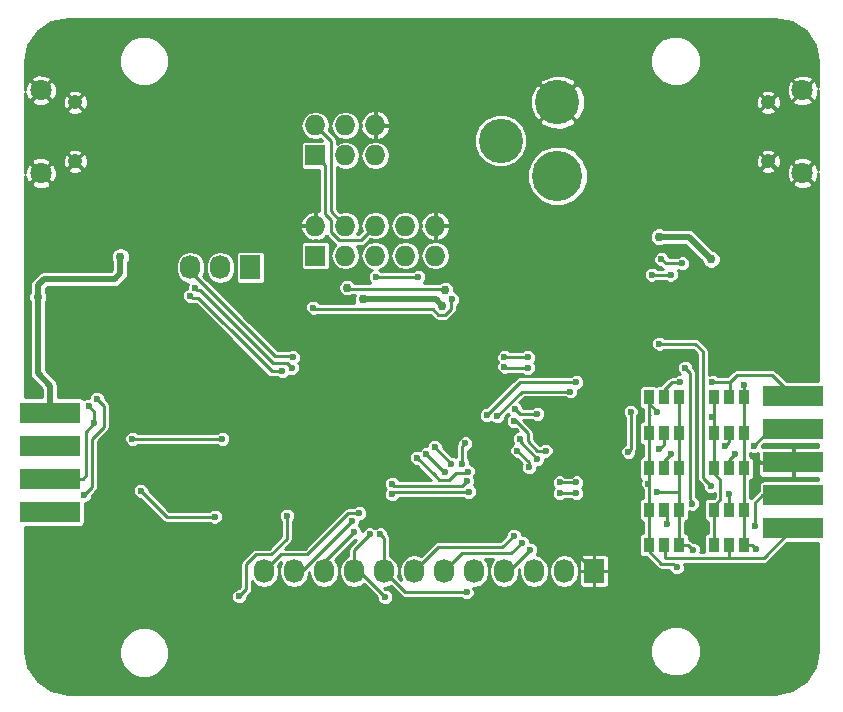
<source format=gbl>
G04 #@! TF.FileFunction,Copper,L2,Bot,Signal*
%FSLAX46Y46*%
G04 Gerber Fmt 4.6, Leading zero omitted, Abs format (unit mm)*
G04 Created by KiCad (PCBNEW 4.0.0-rc1-stable) date 12/18/2015 1:35:38 PM*
%MOMM*%
G01*
G04 APERTURE LIST*
%ADD10C,0.100000*%
%ADD11R,5.080000X1.778000*%
%ADD12R,1.727200X1.727200*%
%ADD13O,1.727200X1.727200*%
%ADD14R,1.727200X2.032000*%
%ADD15O,1.727200X2.032000*%
%ADD16C,1.800000*%
%ADD17C,1.250000*%
%ADD18C,3.750000*%
%ADD19C,4.250000*%
%ADD20R,0.965200X1.270000*%
%ADD21C,0.600000*%
%ADD22C,0.750000*%
%ADD23C,0.250000*%
%ADD24C,0.500000*%
%ADD25C,0.254000*%
G04 APERTURE END LIST*
D10*
D11*
X42540000Y-147191000D03*
X42540000Y-144397000D03*
X42540000Y-141603000D03*
X42540000Y-138809000D03*
D12*
X65000000Y-125500000D03*
D13*
X65000000Y-122960000D03*
X67540000Y-125500000D03*
X67540000Y-122960000D03*
X70080000Y-125500000D03*
X70080000Y-122960000D03*
X72620000Y-125500000D03*
X72620000Y-122960000D03*
X75160000Y-125500000D03*
X75160000Y-122960000D03*
D12*
X65000000Y-117000000D03*
D13*
X65000000Y-114460000D03*
X67540000Y-117000000D03*
X67540000Y-114460000D03*
X70080000Y-117000000D03*
X70080000Y-114460000D03*
D14*
X59500000Y-126500000D03*
D15*
X56960000Y-126500000D03*
X54420000Y-126500000D03*
D16*
X41762540Y-111499100D03*
D17*
X44662540Y-112499100D03*
X44662540Y-117499100D03*
D16*
X41762540Y-118499100D03*
X106237460Y-118500900D03*
D17*
X103337460Y-117500900D03*
X103337460Y-112500900D03*
D16*
X106237460Y-111500900D03*
D14*
X88600000Y-152200000D03*
D15*
X86060000Y-152200000D03*
X83520000Y-152200000D03*
X80980000Y-152200000D03*
X78440000Y-152200000D03*
X75900000Y-152200000D03*
X73360000Y-152200000D03*
X70820000Y-152200000D03*
X68280000Y-152200000D03*
X65740000Y-152200000D03*
X63200000Y-152200000D03*
X60660000Y-152200000D03*
D18*
X85500000Y-112500000D03*
D19*
X85500000Y-118740000D03*
D18*
X80700000Y-115750000D03*
D11*
X105460000Y-140206000D03*
X105460000Y-143000000D03*
X105460000Y-145794000D03*
X105460000Y-148588000D03*
X105460000Y-137412000D03*
D20*
X93230000Y-150000000D03*
X94500000Y-150000000D03*
X95770000Y-150000000D03*
X93230000Y-140500000D03*
X94500000Y-140500000D03*
X95770000Y-140500000D03*
X93230000Y-137500000D03*
X94500000Y-137500000D03*
X95770000Y-137500000D03*
X93230000Y-147000000D03*
X94500000Y-147000000D03*
X95770000Y-147000000D03*
X93230000Y-143500000D03*
X94500000Y-143500000D03*
X95770000Y-143500000D03*
X98730000Y-150000000D03*
X100000000Y-150000000D03*
X101270000Y-150000000D03*
X98730000Y-140500000D03*
X100000000Y-140500000D03*
X101270000Y-140500000D03*
X98730000Y-137500000D03*
X100000000Y-137500000D03*
X101270000Y-137500000D03*
X98730000Y-147000000D03*
X100000000Y-147000000D03*
X101270000Y-147000000D03*
X98730000Y-143500000D03*
X100000000Y-143500000D03*
X101270000Y-143500000D03*
D21*
X84100000Y-144250000D03*
X52200000Y-142200000D03*
X53450000Y-144250000D03*
X54350000Y-149350000D03*
X55650000Y-152650000D03*
X45750000Y-146800000D03*
X80850000Y-140250000D03*
X56550000Y-135650000D03*
X53250000Y-135550000D03*
X48200000Y-132500000D03*
X44000000Y-131200000D03*
X97150000Y-134850000D03*
X102350000Y-144350000D03*
X102800000Y-108900000D03*
X89700000Y-107300000D03*
X43300000Y-108400000D03*
X53700000Y-106800000D03*
X64400000Y-107000000D03*
X66600000Y-146600000D03*
X64000000Y-144800000D03*
X71700000Y-133700000D03*
X67100000Y-137500000D03*
X74200000Y-137300000D03*
X76100000Y-132000000D03*
X79600000Y-128300000D03*
X49400000Y-143100000D03*
X43300000Y-151700000D03*
X42400000Y-158400000D03*
X49700000Y-155500000D03*
X56900000Y-159000000D03*
X74400000Y-159300000D03*
X90100000Y-159700000D03*
X99900000Y-160700000D03*
X105100000Y-154700000D03*
X100500000Y-133500000D03*
X99300000Y-131100000D03*
X88700000Y-131400000D03*
X91800000Y-135600000D03*
X89100000Y-136800000D03*
X72700000Y-148900000D03*
X79200000Y-148200000D03*
X44600000Y-135400000D03*
X47300000Y-135050000D03*
X51000000Y-138100000D03*
X59100000Y-145800000D03*
X65200000Y-131100000D03*
X63100000Y-129100000D03*
X70400000Y-130700000D03*
X64800000Y-133200000D03*
X63500000Y-139000000D03*
X68800000Y-142200000D03*
X91300000Y-149300000D03*
X91700000Y-144000000D03*
X86100000Y-138800000D03*
X97500000Y-152500000D03*
X102500000Y-143000000D03*
X97300000Y-148500000D03*
X97400000Y-145000000D03*
X82100000Y-122400000D03*
X80100000Y-141500000D03*
X59000000Y-138500000D03*
X53400000Y-138600000D03*
X87400000Y-123500000D03*
X96600000Y-122900000D03*
X96200000Y-127000000D03*
X58200000Y-129100000D03*
X55450000Y-130600000D03*
X53000000Y-131800000D03*
X58250000Y-111250000D03*
X54250000Y-111250000D03*
X53000000Y-113000000D03*
X53000000Y-115000000D03*
X48250000Y-118500000D03*
X48250000Y-120250000D03*
X105900000Y-123300000D03*
X98900000Y-119200000D03*
X44900000Y-117800000D03*
X93600000Y-119400000D03*
X76300000Y-107200000D03*
X66800000Y-142100000D03*
D22*
X98500000Y-125800000D03*
X94100000Y-123900000D03*
X48500000Y-125600000D03*
X41500000Y-129000000D03*
D21*
X82100000Y-142000000D03*
X83100000Y-143400000D03*
D22*
X75710000Y-129730000D03*
X69000000Y-129200000D03*
D21*
X93950000Y-138700000D03*
X85700000Y-144700000D03*
X87100000Y-144700000D03*
X93200000Y-144800000D03*
X95600000Y-151900000D03*
X96950000Y-150400000D03*
X85700000Y-145600000D03*
X87100000Y-145600000D03*
X93900000Y-145500000D03*
X46300000Y-139700000D03*
X45800000Y-138200000D03*
X45400000Y-145800000D03*
X46500000Y-137600000D03*
X94100000Y-132950000D03*
X98500000Y-145000000D03*
X96300000Y-135000000D03*
X96900000Y-146500000D03*
X102200000Y-148400000D03*
X91700000Y-138700000D03*
X91500000Y-142100000D03*
X83800000Y-142700000D03*
X82300000Y-141000000D03*
X101250000Y-136450000D03*
X102300000Y-150300000D03*
X71500000Y-145700000D03*
X78000000Y-145500000D03*
X77800000Y-144600000D03*
X71500000Y-144800000D03*
X96050000Y-126150000D03*
X94300000Y-125800000D03*
D22*
X76000000Y-128400000D03*
X67700000Y-128200000D03*
D21*
X83000000Y-135000000D03*
X81000000Y-134900000D03*
X81000000Y-134100000D03*
X83000000Y-134100000D03*
X63100000Y-134100000D03*
X73700000Y-127300000D03*
X70100000Y-127300000D03*
X63000000Y-135000000D03*
X54800000Y-128200000D03*
X54400000Y-128900000D03*
X62200000Y-135300000D03*
X68300000Y-148900000D03*
X77400000Y-143100000D03*
X77700000Y-141400000D03*
X83200000Y-150400000D03*
X82500000Y-149800000D03*
X81800000Y-149200000D03*
X68700000Y-147300000D03*
X68100000Y-148000000D03*
X70900000Y-154400000D03*
X69600000Y-149100000D03*
X77800000Y-154000000D03*
X70500000Y-149100000D03*
X86600000Y-137000000D03*
X80400000Y-139100000D03*
X75100000Y-141700000D03*
X76500000Y-143100000D03*
X87100000Y-136200000D03*
X79500000Y-139000000D03*
X76000000Y-143800000D03*
X74400000Y-142300000D03*
X76600000Y-129200000D03*
X64800000Y-129900000D03*
X57100000Y-141000000D03*
X49500000Y-141000000D03*
X50200000Y-145400000D03*
X56500000Y-147600000D03*
X58550000Y-154350000D03*
X62600000Y-147500000D03*
X81800000Y-139500000D03*
X84500000Y-142000000D03*
X81900000Y-138500000D03*
X83800000Y-138900000D03*
X77900000Y-143800000D03*
X73600000Y-142600000D03*
X99700000Y-141600000D03*
X94100000Y-141900000D03*
X102100000Y-141600000D03*
X95900000Y-136200000D03*
X98600000Y-136200000D03*
X94800000Y-148200000D03*
X100000000Y-145700000D03*
X95100000Y-142300000D03*
X100500000Y-142300000D03*
X98600000Y-139200000D03*
X95100000Y-127100000D03*
X93500000Y-127100000D03*
D23*
X79200000Y-148200000D02*
X83150000Y-144250000D01*
X83150000Y-144250000D02*
X84100000Y-144250000D01*
X53450000Y-144250000D02*
X52200000Y-143000000D01*
X52200000Y-143000000D02*
X52200000Y-142200000D01*
X53450000Y-144250000D02*
X53450000Y-144050000D01*
X55650000Y-152650000D02*
X55650000Y-150650000D01*
X55650000Y-150650000D02*
X54350000Y-149350000D01*
X56900000Y-159000000D02*
X56900000Y-153900000D01*
X56900000Y-153900000D02*
X55650000Y-152650000D01*
X45800000Y-146850000D02*
X45800000Y-147000000D01*
X45750000Y-146800000D02*
X45800000Y-146850000D01*
X80800000Y-140200000D02*
X80400000Y-140200000D01*
X80850000Y-140250000D02*
X80800000Y-140200000D01*
X56600000Y-135600000D02*
X56600000Y-135300000D01*
X56550000Y-135650000D02*
X56600000Y-135600000D01*
X47300000Y-135050000D02*
X52750000Y-135050000D01*
X52750000Y-135050000D02*
X53250000Y-135550000D01*
X48300000Y-132400000D02*
X48600000Y-132400000D01*
X48200000Y-132500000D02*
X48300000Y-132400000D01*
X43800000Y-131400000D02*
X43500000Y-131400000D01*
X44000000Y-131200000D02*
X43800000Y-131400000D01*
X97400000Y-145000000D02*
X97250000Y-144850000D01*
X97250000Y-134950000D02*
X97150000Y-134850000D01*
X97250000Y-144850000D02*
X97250000Y-134950000D01*
X102400000Y-144300000D02*
X102400000Y-144100000D01*
X102350000Y-144350000D02*
X102400000Y-144300000D01*
X76300000Y-107200000D02*
X89600000Y-107200000D01*
X101700000Y-110000000D02*
X101000000Y-110000000D01*
X102800000Y-108900000D02*
X101700000Y-110000000D01*
X89600000Y-107200000D02*
X89700000Y-107300000D01*
X44300000Y-109400000D02*
X44300000Y-109500000D01*
X43300000Y-108400000D02*
X44300000Y-109400000D01*
X64200000Y-106800000D02*
X53700000Y-106800000D01*
X64400000Y-107000000D02*
X64200000Y-106800000D01*
X66600000Y-146600000D02*
X65800000Y-146600000D01*
X65800000Y-146600000D02*
X64000000Y-144800000D01*
X71700000Y-133700000D02*
X71700000Y-134800000D01*
X67100000Y-137500000D02*
X67600000Y-138000000D01*
X71700000Y-134800000D02*
X74200000Y-137300000D01*
X79600000Y-128300000D02*
X79600000Y-128500000D01*
X79600000Y-128500000D02*
X76100000Y-132000000D01*
X75160000Y-122960000D02*
X76360000Y-122960000D01*
X79600000Y-126200000D02*
X79600000Y-128300000D01*
X76360000Y-122960000D02*
X79600000Y-126200000D01*
X49400000Y-143100000D02*
X49400000Y-143400000D01*
X45800000Y-149200000D02*
X43300000Y-151700000D01*
X45800000Y-147000000D02*
X45800000Y-149200000D01*
X49400000Y-143400000D02*
X45800000Y-147000000D01*
X97500000Y-152500000D02*
X99700000Y-154700000D01*
X43300000Y-151700000D02*
X44400000Y-151700000D01*
X46800000Y-158400000D02*
X42400000Y-158400000D01*
X49700000Y-155500000D02*
X46800000Y-158400000D01*
X74100000Y-159000000D02*
X56900000Y-159000000D01*
X74400000Y-159300000D02*
X74100000Y-159000000D01*
X92100000Y-161700000D02*
X90100000Y-159700000D01*
X97900000Y-161700000D02*
X92100000Y-161700000D01*
X98900000Y-160700000D02*
X97900000Y-161700000D01*
X99900000Y-160700000D02*
X98900000Y-160700000D01*
X99700000Y-154700000D02*
X105100000Y-154700000D01*
X91800000Y-135600000D02*
X88700000Y-132500000D01*
X99300000Y-132300000D02*
X100500000Y-133500000D01*
X99300000Y-131100000D02*
X99300000Y-132300000D01*
X88700000Y-132500000D02*
X88700000Y-131400000D01*
X90300000Y-135600000D02*
X91800000Y-135600000D01*
X90300000Y-135600000D02*
X89100000Y-136800000D01*
X86100000Y-138800000D02*
X88100000Y-136800000D01*
X88100000Y-136800000D02*
X89100000Y-136800000D01*
X79200000Y-148200000D02*
X78500000Y-148900000D01*
X78500000Y-148900000D02*
X72700000Y-148900000D01*
X88600000Y-152200000D02*
X84600000Y-148200000D01*
X84600000Y-148200000D02*
X79200000Y-148200000D01*
X47300000Y-135050000D02*
X44900000Y-135100000D01*
X44900000Y-135100000D02*
X44600000Y-135400000D01*
X51000000Y-138100000D02*
X51000000Y-135400000D01*
X51000000Y-135400000D02*
X47300000Y-135050000D01*
X53400000Y-138600000D02*
X51500000Y-138600000D01*
X51500000Y-138600000D02*
X51000000Y-138100000D01*
X59000000Y-145700000D02*
X58800000Y-145700000D01*
X59100000Y-145800000D02*
X59000000Y-145700000D01*
X64800000Y-131100000D02*
X64800000Y-130800000D01*
X65200000Y-131100000D02*
X64800000Y-131100000D01*
X64800000Y-130800000D02*
X63100000Y-129100000D01*
X70400000Y-130700000D02*
X70200000Y-130700000D01*
X64800000Y-133200000D02*
X64800000Y-132900000D01*
X63200000Y-138700000D02*
X62900000Y-138700000D01*
X63500000Y-139000000D02*
X63200000Y-138700000D01*
X68800000Y-142200000D02*
X69000000Y-142000000D01*
X91400000Y-149400000D02*
X91600000Y-149400000D01*
X91300000Y-149300000D02*
X91400000Y-149400000D01*
X91500000Y-144200000D02*
X91200000Y-144300000D01*
X91700000Y-144000000D02*
X91500000Y-144200000D01*
X86000000Y-138700000D02*
X86000000Y-138500000D01*
X86100000Y-138800000D02*
X86000000Y-138700000D01*
X97500000Y-152500000D02*
X97500000Y-152200000D01*
X105460000Y-143000000D02*
X102500000Y-143000000D01*
X97700000Y-148100000D02*
X97300000Y-148500000D01*
X97700000Y-145300000D02*
X97700000Y-148100000D01*
X97400000Y-145000000D02*
X97700000Y-145300000D01*
X82100000Y-122400000D02*
X82100000Y-122100000D01*
X80100000Y-141500000D02*
X80100000Y-141400000D01*
X59000000Y-138500000D02*
X59250000Y-138500000D01*
X53400000Y-138600000D02*
X53200000Y-138600000D01*
X87400000Y-123500000D02*
X87400000Y-123400000D01*
X96600000Y-122900000D02*
X96400000Y-122900000D01*
X96200000Y-127000000D02*
X96500000Y-127000000D01*
X53000000Y-131800000D02*
X54900000Y-131800000D01*
X58200000Y-129100000D02*
X58600000Y-129100000D01*
X54900000Y-131800000D02*
X55450000Y-130600000D01*
X54250000Y-111250000D02*
X58250000Y-111250000D01*
X53000000Y-115000000D02*
X53000000Y-113000000D01*
X48250000Y-120250000D02*
X48250000Y-118500000D01*
X105900000Y-123300000D02*
X105900000Y-121900000D01*
X99000000Y-119300000D02*
X99400000Y-119300000D01*
X98900000Y-119200000D02*
X99000000Y-119300000D01*
X93600000Y-119400000D02*
X94000000Y-119400000D01*
X76200000Y-107300000D02*
X75900000Y-107100000D01*
X76300000Y-107200000D02*
X76200000Y-107300000D01*
X66800000Y-142100000D02*
X66600000Y-142300000D01*
D24*
X96600000Y-123900000D02*
X98500000Y-125800000D01*
X94100000Y-123900000D02*
X96600000Y-123900000D01*
X41500000Y-129000000D02*
X41500000Y-128000000D01*
X42000000Y-127500000D02*
X41500000Y-128000000D01*
X48000000Y-127500000D02*
X42000000Y-127500000D01*
X48500000Y-127000000D02*
X48000000Y-127500000D01*
X48500000Y-127000000D02*
X48500000Y-125600000D01*
X42540000Y-136500000D02*
X41500000Y-135460000D01*
X41500000Y-135460000D02*
X41500000Y-129000000D01*
X42540000Y-138809000D02*
X42540000Y-136500000D01*
X42300000Y-138569000D02*
X42540000Y-138809000D01*
D23*
X83100000Y-143400000D02*
X83100000Y-143000000D01*
X83100000Y-143000000D02*
X82100000Y-142000000D01*
D24*
X72000000Y-129200000D02*
X69000000Y-129200000D01*
X75200000Y-129200000D02*
X74700000Y-129200000D01*
X75710000Y-129730000D02*
X75200000Y-129200000D01*
X72000000Y-129200000D02*
X74700000Y-129200000D01*
D23*
X67540000Y-122960000D02*
X66300000Y-121720000D01*
X66300000Y-115760000D02*
X65000000Y-114460000D01*
X66300000Y-121720000D02*
X66300000Y-115760000D01*
X93230000Y-137500000D02*
X93230000Y-137980000D01*
X93230000Y-137980000D02*
X93950000Y-138700000D01*
X85700000Y-144700000D02*
X87100000Y-144700000D01*
X93200000Y-144800000D02*
X93230000Y-144800000D01*
X93230000Y-144800000D02*
X93200000Y-144800000D01*
X93200000Y-144800000D02*
X93230000Y-144800000D01*
X93230000Y-139000000D02*
X93300000Y-139000000D01*
X93300000Y-139000000D02*
X93230000Y-139000000D01*
X93230000Y-150000000D02*
X93230000Y-150530000D01*
X93230000Y-150530000D02*
X94300000Y-151600000D01*
X95300000Y-151600000D02*
X95600000Y-151900000D01*
X94300000Y-151600000D02*
X95300000Y-151600000D01*
X93230000Y-140500000D02*
X93230000Y-139000000D01*
X93230000Y-139000000D02*
X93230000Y-137500000D01*
X93230000Y-143500000D02*
X93230000Y-140500000D01*
X93230000Y-147000000D02*
X93230000Y-144800000D01*
X93230000Y-144800000D02*
X93230000Y-143500000D01*
X93230000Y-150000000D02*
X93230000Y-147000000D01*
X96550000Y-150000000D02*
X95770000Y-150000000D01*
X96950000Y-150400000D02*
X96550000Y-150000000D01*
X85700000Y-145600000D02*
X87100000Y-145600000D01*
X93900000Y-145500000D02*
X95770000Y-145500000D01*
X95770000Y-145500000D02*
X95800000Y-145500000D01*
X95800000Y-145500000D02*
X95770000Y-145500000D01*
X95770000Y-147000000D02*
X95770000Y-148600000D01*
X95770000Y-148600000D02*
X95770000Y-150000000D01*
X95770000Y-143500000D02*
X95770000Y-145500000D01*
X95770000Y-145500000D02*
X95770000Y-147000000D01*
X95770000Y-140500000D02*
X95770000Y-143500000D01*
X95770000Y-137500000D02*
X95770000Y-140500000D01*
X45600000Y-141700000D02*
X45600000Y-144100000D01*
X45303000Y-144397000D02*
X42540000Y-144397000D01*
X45600000Y-144100000D02*
X45303000Y-144397000D01*
X46300000Y-139700000D02*
X46300000Y-138700000D01*
X46300000Y-138700000D02*
X45800000Y-138200000D01*
X45600000Y-140600000D02*
X45600000Y-140400000D01*
X45600000Y-140400000D02*
X46300000Y-139700000D01*
X45800000Y-138200000D02*
X45800000Y-138300000D01*
X42540000Y-144397000D02*
X44003000Y-144397000D01*
X45600000Y-142800000D02*
X45600000Y-141700000D01*
X45600000Y-141700000D02*
X45600000Y-140600000D01*
X42540000Y-144397000D02*
X44603000Y-144397000D01*
X42540000Y-144397000D02*
X42543000Y-144400000D01*
X46100000Y-145100000D02*
X46100000Y-144700000D01*
X45400000Y-145800000D02*
X46100000Y-145100000D01*
X46100000Y-144700000D02*
X46100000Y-141000000D01*
X46100000Y-141000000D02*
X47100000Y-140000000D01*
X47100000Y-140000000D02*
X47100000Y-138200000D01*
X47100000Y-138200000D02*
X46500000Y-137600000D01*
X97800000Y-134400000D02*
X97800000Y-133600000D01*
X97150000Y-132950000D02*
X94100000Y-132950000D01*
X97800000Y-133600000D02*
X97150000Y-132950000D01*
X97800000Y-135650000D02*
X97800000Y-134400000D01*
X97800000Y-144300000D02*
X97800000Y-144100000D01*
X98500000Y-145000000D02*
X97800000Y-144300000D01*
X97800000Y-144100000D02*
X97800000Y-135650000D01*
X105460000Y-145794000D02*
X102806000Y-145794000D01*
X96700000Y-135400000D02*
X96300000Y-135000000D01*
X96700000Y-146000000D02*
X96700000Y-135400000D01*
X96900000Y-146500000D02*
X96700000Y-146000000D01*
X102200000Y-146400000D02*
X102200000Y-148400000D01*
X102806000Y-145794000D02*
X102200000Y-146400000D01*
X105460000Y-145794000D02*
X104094000Y-145794000D01*
X105460000Y-145794000D02*
X104194000Y-145794000D01*
X105460000Y-145794000D02*
X104294000Y-145794000D01*
X42540000Y-147191000D02*
X44509000Y-147191000D01*
X42540000Y-147191000D02*
X44009000Y-147191000D01*
X83800000Y-142700000D02*
X82300000Y-141200000D01*
X82300000Y-141200000D02*
X82300000Y-141000000D01*
X91700000Y-138700000D02*
X91700000Y-141900000D01*
X91700000Y-141900000D02*
X91500000Y-142100000D01*
X101270000Y-137500000D02*
X101250000Y-137480000D01*
X101250000Y-137480000D02*
X101250000Y-136450000D01*
X101270000Y-137500000D02*
X101470000Y-137300000D01*
X101270000Y-150000000D02*
X102000000Y-150000000D01*
X102000000Y-150000000D02*
X102300000Y-150300000D01*
X101270000Y-140500000D02*
X101270000Y-137500000D01*
X101270000Y-143500000D02*
X101270000Y-140500000D01*
X101270000Y-147000000D02*
X101270000Y-143500000D01*
X101270000Y-150000000D02*
X101270000Y-147000000D01*
X70080000Y-122960000D02*
X68840000Y-124200000D01*
X65800000Y-122000000D02*
X65800000Y-117800000D01*
X66300000Y-122500000D02*
X65800000Y-122000000D01*
X66300000Y-123500000D02*
X66300000Y-122500000D01*
X67000000Y-124200000D02*
X66300000Y-123500000D01*
X68840000Y-124200000D02*
X67000000Y-124200000D01*
X65800000Y-117800000D02*
X65000000Y-117000000D01*
X78000000Y-145500000D02*
X71700000Y-145500000D01*
X71700000Y-145500000D02*
X71500000Y-145700000D01*
X71500000Y-144800000D02*
X71700000Y-145000000D01*
X77400000Y-145000000D02*
X77800000Y-144600000D01*
X71700000Y-145000000D02*
X77400000Y-145000000D01*
X96050000Y-126150000D02*
X94650000Y-126150000D01*
X94650000Y-126150000D02*
X94300000Y-125800000D01*
X69200000Y-128300000D02*
X67800000Y-128300000D01*
X76000000Y-128400000D02*
X75900000Y-128300000D01*
X75900000Y-128300000D02*
X69200000Y-128300000D01*
D24*
X67800000Y-128300000D02*
X67700000Y-128200000D01*
D23*
X81100000Y-135000000D02*
X83000000Y-135000000D01*
X81000000Y-134900000D02*
X81100000Y-135000000D01*
X83000000Y-134100000D02*
X81000000Y-134100000D01*
X63000000Y-134000000D02*
X61600000Y-134000000D01*
X58700000Y-131100000D02*
X61600000Y-134000000D01*
X58700000Y-131100000D02*
X54420000Y-126820000D01*
X63000000Y-134000000D02*
X63100000Y-134100000D01*
X54420000Y-126820000D02*
X54420000Y-126500000D01*
X63000000Y-134000000D02*
X63100000Y-134100000D01*
X73500000Y-127300000D02*
X70100000Y-127300000D01*
X73500000Y-127300000D02*
X73700000Y-127300000D01*
X62600000Y-134600000D02*
X61400000Y-134600000D01*
X63000000Y-135000000D02*
X62600000Y-134600000D01*
X61400000Y-134600000D02*
X58000000Y-131200000D01*
X58000000Y-131200000D02*
X55200000Y-128400000D01*
X55000000Y-128400000D02*
X54800000Y-128200000D01*
X55200000Y-128400000D02*
X55000000Y-128400000D01*
X61300000Y-135300000D02*
X62200000Y-135300000D01*
X54400000Y-128900000D02*
X54600000Y-129100000D01*
X57100000Y-131100000D02*
X55100000Y-129100000D01*
X57900000Y-131900000D02*
X61300000Y-135300000D01*
X57900000Y-131900000D02*
X57100000Y-131100000D01*
X54600000Y-129100000D02*
X55100000Y-129100000D01*
X68300000Y-148900000D02*
X65740000Y-151460000D01*
X65740000Y-151460000D02*
X65740000Y-152200000D01*
X77400000Y-141700000D02*
X77400000Y-143100000D01*
X77700000Y-141400000D02*
X77400000Y-141700000D01*
X80980000Y-152200000D02*
X81400000Y-152200000D01*
X81400000Y-152200000D02*
X83200000Y-150400000D01*
X75900000Y-152200000D02*
X77400000Y-150700000D01*
X81600000Y-150700000D02*
X82500000Y-149800000D01*
X77400000Y-150700000D02*
X81600000Y-150700000D01*
X73360000Y-152200000D02*
X75360000Y-150200000D01*
X80800000Y-150200000D02*
X81800000Y-149200000D01*
X75360000Y-150200000D02*
X80800000Y-150200000D01*
X65500000Y-149600000D02*
X64300000Y-150800000D01*
X64300000Y-150800000D02*
X62060000Y-150800000D01*
X60660000Y-152200000D02*
X61930000Y-150930000D01*
X61930000Y-150930000D02*
X62060000Y-150800000D01*
X67800000Y-147300000D02*
X68700000Y-147300000D01*
X65500000Y-149600000D02*
X67800000Y-147300000D01*
X60660000Y-152200000D02*
X61300000Y-152200000D01*
X68100000Y-148000000D02*
X63900000Y-152200000D01*
X63900000Y-152200000D02*
X63200000Y-152200000D01*
X63200000Y-152200000D02*
X63600000Y-152200000D01*
X70900000Y-154400000D02*
X68700000Y-152200000D01*
X68700000Y-152200000D02*
X68280000Y-152200000D01*
X68280000Y-150420000D02*
X68280000Y-152200000D01*
X69600000Y-149100000D02*
X68280000Y-150420000D01*
X72620000Y-154000000D02*
X77800000Y-154000000D01*
X70820000Y-152200000D02*
X72620000Y-154000000D01*
X70820000Y-149420000D02*
X70820000Y-152200000D01*
X70500000Y-149100000D02*
X70820000Y-149420000D01*
X86600000Y-137000000D02*
X82500000Y-137000000D01*
X82500000Y-137000000D02*
X80400000Y-139100000D01*
X75100000Y-141700000D02*
X76500000Y-143100000D01*
X87100000Y-136200000D02*
X82300000Y-136200000D01*
X82300000Y-136200000D02*
X79500000Y-139000000D01*
X75900000Y-143800000D02*
X76000000Y-143800000D01*
X74400000Y-142300000D02*
X75900000Y-143800000D01*
X64900000Y-130000000D02*
X64800000Y-129900000D01*
X74924998Y-130000000D02*
X64900000Y-130000000D01*
X75424998Y-130500000D02*
X74924998Y-130000000D01*
X76000000Y-130500000D02*
X75424998Y-130500000D01*
X76500000Y-130000000D02*
X76000000Y-130500000D01*
X76500000Y-129300000D02*
X76500000Y-130000000D01*
X76600000Y-129200000D02*
X76500000Y-129300000D01*
X49500000Y-141000000D02*
X57100000Y-141000000D01*
X56500000Y-147600000D02*
X52400000Y-147600000D01*
X52400000Y-147600000D02*
X50200000Y-145400000D01*
X59150000Y-153100000D02*
X59150000Y-153750000D01*
X62600000Y-149450000D02*
X61250000Y-150800000D01*
X61250000Y-150800000D02*
X59950000Y-150800000D01*
X59950000Y-150800000D02*
X59150000Y-151600000D01*
X59150000Y-151600000D02*
X59150000Y-153100000D01*
X62600000Y-147500000D02*
X62600000Y-149450000D01*
X59150000Y-153750000D02*
X58550000Y-154350000D01*
X84500000Y-142000000D02*
X83800000Y-142000000D01*
X83000000Y-141200000D02*
X83000000Y-140500000D01*
X83800000Y-142000000D02*
X83000000Y-141200000D01*
X82000000Y-139500000D02*
X83000000Y-140500000D01*
X81800000Y-139500000D02*
X82000000Y-139500000D01*
X82300000Y-138900000D02*
X81900000Y-138500000D01*
X83800000Y-138900000D02*
X82300000Y-138900000D01*
X76900000Y-143900000D02*
X77800000Y-143900000D01*
X77800000Y-143900000D02*
X77900000Y-143800000D01*
X75100000Y-144100000D02*
X75500000Y-144500000D01*
X73600000Y-142600000D02*
X75100000Y-144100000D01*
X76300000Y-144500000D02*
X76800000Y-144000000D01*
X75500000Y-144500000D02*
X76300000Y-144500000D01*
X76800000Y-144000000D02*
X76900000Y-143900000D01*
X100000000Y-140500000D02*
X100000000Y-141300000D01*
X100000000Y-141300000D02*
X99700000Y-141600000D01*
X94500000Y-141500000D02*
X94100000Y-141900000D01*
X94500000Y-140500000D02*
X94500000Y-141500000D01*
X102100000Y-141600000D02*
X103494000Y-140206000D01*
X103494000Y-140206000D02*
X105460000Y-140206000D01*
X94600000Y-151100000D02*
X94600000Y-150100000D01*
X100000000Y-151100000D02*
X94600000Y-151100000D01*
X100000000Y-150000000D02*
X100000000Y-151100000D01*
X105460000Y-148588000D02*
X102948000Y-151100000D01*
X102948000Y-151100000D02*
X100000000Y-151100000D01*
X94600000Y-150100000D02*
X94500000Y-150000000D01*
X105460000Y-148588000D02*
X103612000Y-148588000D01*
X100100000Y-136200000D02*
X100700000Y-135600000D01*
X103648000Y-135600000D02*
X105460000Y-137412000D01*
X100700000Y-135600000D02*
X103648000Y-135600000D01*
X100000000Y-137500000D02*
X100100000Y-137400000D01*
X100100000Y-137400000D02*
X100100000Y-136200000D01*
X94500000Y-137500000D02*
X94500000Y-136900000D01*
X94500000Y-136900000D02*
X95200000Y-136200000D01*
X95200000Y-136200000D02*
X95900000Y-136200000D01*
X98600000Y-136200000D02*
X100100000Y-136200000D01*
X94800000Y-148200000D02*
X94800000Y-147300000D01*
X94800000Y-147300000D02*
X94500000Y-147000000D01*
X100000000Y-147000000D02*
X100000000Y-145700000D01*
X94500000Y-143500000D02*
X94500000Y-142900000D01*
X94500000Y-142900000D02*
X95100000Y-142300000D01*
X100500000Y-142300000D02*
X100000000Y-142800000D01*
X100000000Y-142800000D02*
X100000000Y-143500000D01*
X98700000Y-138900000D02*
X98730000Y-138900000D01*
X98600000Y-139200000D02*
X98730000Y-139070000D01*
X98730000Y-139070000D02*
X98730000Y-138930000D01*
X98730000Y-138930000D02*
X98700000Y-138900000D01*
X98730000Y-147000000D02*
X98730000Y-146670000D01*
X98730000Y-146670000D02*
X99300000Y-146100000D01*
X99300000Y-144500000D02*
X98730000Y-143930000D01*
X99300000Y-146100000D02*
X99300000Y-144500000D01*
X98730000Y-143930000D02*
X98730000Y-143500000D01*
X98730000Y-147000000D02*
X98730000Y-150000000D01*
X98730000Y-140500000D02*
X98730000Y-143500000D01*
X98730000Y-137500000D02*
X98730000Y-138900000D01*
X98730000Y-138900000D02*
X98730000Y-140500000D01*
X95100000Y-127100000D02*
X93500000Y-127100000D01*
D25*
G36*
X105364126Y-105706707D02*
X106520577Y-106479423D01*
X107293293Y-107635874D01*
X107573000Y-109042055D01*
X107573000Y-111250190D01*
X107383699Y-110766818D01*
X107354310Y-110722834D01*
X107141929Y-110634614D01*
X106275644Y-111500900D01*
X107141929Y-112367186D01*
X107354310Y-112278966D01*
X107567048Y-111792339D01*
X107573000Y-111486091D01*
X107573000Y-118250190D01*
X107383699Y-117766818D01*
X107354310Y-117722834D01*
X107141929Y-117634614D01*
X106275644Y-118500900D01*
X107141929Y-119367186D01*
X107354310Y-119278966D01*
X107567048Y-118792339D01*
X107573000Y-118486091D01*
X107573000Y-136138615D01*
X104896551Y-136138615D01*
X104002968Y-135245032D01*
X103840107Y-135136212D01*
X103648000Y-135097999D01*
X103647995Y-135098000D01*
X100700000Y-135098000D01*
X100507892Y-135136212D01*
X100345032Y-135245032D01*
X99892064Y-135698000D01*
X99055463Y-135698000D01*
X98983990Y-135626402D01*
X98735254Y-135523118D01*
X98465927Y-135522883D01*
X98302000Y-135590616D01*
X98302000Y-133600005D01*
X98302001Y-133600000D01*
X98263788Y-133407893D01*
X98154968Y-133245032D01*
X98154965Y-133245030D01*
X97504968Y-132595032D01*
X97342107Y-132486212D01*
X97150000Y-132447999D01*
X97149995Y-132448000D01*
X94555463Y-132448000D01*
X94483990Y-132376402D01*
X94235254Y-132273118D01*
X93965927Y-132272883D01*
X93717011Y-132375733D01*
X93526402Y-132566010D01*
X93423118Y-132814746D01*
X93422883Y-133084073D01*
X93525733Y-133332989D01*
X93716010Y-133523598D01*
X93964746Y-133626882D01*
X94234073Y-133627117D01*
X94482989Y-133524267D01*
X94555382Y-133452000D01*
X96942064Y-133452000D01*
X97298000Y-133807935D01*
X97298000Y-144299995D01*
X97297999Y-144300000D01*
X97336212Y-144492107D01*
X97445032Y-144654968D01*
X97822971Y-145032907D01*
X97822883Y-145134073D01*
X97925733Y-145382989D01*
X98116010Y-145573598D01*
X98364746Y-145676882D01*
X98634073Y-145677117D01*
X98798000Y-145609384D01*
X98798000Y-145892065D01*
X98709450Y-145980615D01*
X98247400Y-145980615D01*
X98107692Y-146006903D01*
X97979380Y-146089470D01*
X97893299Y-146215453D01*
X97863015Y-146365000D01*
X97863015Y-147635000D01*
X97889303Y-147774708D01*
X97971870Y-147903020D01*
X98097853Y-147989101D01*
X98228000Y-148015456D01*
X98228000Y-148984265D01*
X98107692Y-149006903D01*
X97979380Y-149089470D01*
X97893299Y-149215453D01*
X97863015Y-149365000D01*
X97863015Y-150598000D01*
X97600828Y-150598000D01*
X97626882Y-150535254D01*
X97627117Y-150265927D01*
X97524267Y-150017011D01*
X97333990Y-149826402D01*
X97085254Y-149723118D01*
X96982965Y-149723029D01*
X96904968Y-149645032D01*
X96742107Y-149536212D01*
X96636985Y-149515302D01*
X96636985Y-149365000D01*
X96610697Y-149225292D01*
X96528130Y-149096980D01*
X96402147Y-149010899D01*
X96272000Y-148984544D01*
X96272000Y-148015735D01*
X96392308Y-147993097D01*
X96520620Y-147910530D01*
X96606701Y-147784547D01*
X96636985Y-147635000D01*
X96636985Y-147123831D01*
X96764746Y-147176882D01*
X97034073Y-147177117D01*
X97282989Y-147074267D01*
X97473598Y-146883990D01*
X97576882Y-146635254D01*
X97577117Y-146365927D01*
X97474267Y-146117011D01*
X97283990Y-145926402D01*
X97202000Y-145892357D01*
X97202000Y-135400000D01*
X97193043Y-135354968D01*
X97163788Y-135207892D01*
X97096970Y-135107893D01*
X97054968Y-135045032D01*
X97054965Y-135045030D01*
X96977029Y-134967094D01*
X96977117Y-134865927D01*
X96874267Y-134617011D01*
X96683990Y-134426402D01*
X96435254Y-134323118D01*
X96165927Y-134322883D01*
X95917011Y-134425733D01*
X95726402Y-134616010D01*
X95623118Y-134864746D01*
X95622883Y-135134073D01*
X95725733Y-135382989D01*
X95865470Y-135522970D01*
X95765927Y-135522883D01*
X95517011Y-135625733D01*
X95444618Y-135698000D01*
X95200000Y-135698000D01*
X95007893Y-135736212D01*
X94845032Y-135845032D01*
X94845030Y-135845035D01*
X94209449Y-136480615D01*
X94017400Y-136480615D01*
X93877692Y-136506903D01*
X93866675Y-136513993D01*
X93862147Y-136510899D01*
X93712600Y-136480615D01*
X92747400Y-136480615D01*
X92607692Y-136506903D01*
X92479380Y-136589470D01*
X92393299Y-136715453D01*
X92363015Y-136865000D01*
X92363015Y-138135000D01*
X92389303Y-138274708D01*
X92471870Y-138403020D01*
X92597853Y-138489101D01*
X92728000Y-138515456D01*
X92728000Y-139484265D01*
X92607692Y-139506903D01*
X92479380Y-139589470D01*
X92393299Y-139715453D01*
X92363015Y-139865000D01*
X92363015Y-141135000D01*
X92389303Y-141274708D01*
X92471870Y-141403020D01*
X92597853Y-141489101D01*
X92728000Y-141515456D01*
X92728000Y-142484265D01*
X92607692Y-142506903D01*
X92479380Y-142589470D01*
X92393299Y-142715453D01*
X92363015Y-142865000D01*
X92363015Y-144135000D01*
X92389303Y-144274708D01*
X92471870Y-144403020D01*
X92596450Y-144488142D01*
X92523118Y-144664746D01*
X92522883Y-144934073D01*
X92625733Y-145182989D01*
X92728000Y-145285434D01*
X92728000Y-145984265D01*
X92607692Y-146006903D01*
X92479380Y-146089470D01*
X92393299Y-146215453D01*
X92363015Y-146365000D01*
X92363015Y-147635000D01*
X92389303Y-147774708D01*
X92471870Y-147903020D01*
X92597853Y-147989101D01*
X92728000Y-148015456D01*
X92728000Y-148984265D01*
X92607692Y-149006903D01*
X92479380Y-149089470D01*
X92393299Y-149215453D01*
X92363015Y-149365000D01*
X92363015Y-150635000D01*
X92389303Y-150774708D01*
X92471870Y-150903020D01*
X92597853Y-150989101D01*
X92747400Y-151019385D01*
X93009449Y-151019385D01*
X93945030Y-151954965D01*
X93945032Y-151954968D01*
X94065189Y-152035254D01*
X94107893Y-152063788D01*
X94300000Y-152102001D01*
X94300005Y-152102000D01*
X94950950Y-152102000D01*
X95025733Y-152282989D01*
X95216010Y-152473598D01*
X95464746Y-152576882D01*
X95734073Y-152577117D01*
X95982989Y-152474267D01*
X96173598Y-152283990D01*
X96276882Y-152035254D01*
X96277117Y-151765927D01*
X96209384Y-151602000D01*
X102947995Y-151602000D01*
X102948000Y-151602001D01*
X103140107Y-151563788D01*
X103302968Y-151454968D01*
X104896550Y-149861385D01*
X107573000Y-149861385D01*
X107573000Y-158957945D01*
X107293293Y-160364126D01*
X106520577Y-161520577D01*
X105364126Y-162293293D01*
X103957945Y-162573000D01*
X44042055Y-162573000D01*
X42635874Y-162293293D01*
X41479423Y-161520577D01*
X40706707Y-160364126D01*
X40539045Y-159521230D01*
X48372632Y-159521230D01*
X48695766Y-160303274D01*
X49293578Y-160902131D01*
X50075057Y-161226630D01*
X50921230Y-161227368D01*
X51703274Y-160904234D01*
X52302131Y-160306422D01*
X52626630Y-159524943D01*
X52626720Y-159421230D01*
X93372632Y-159421230D01*
X93695766Y-160203274D01*
X94293578Y-160802131D01*
X95075057Y-161126630D01*
X95921230Y-161127368D01*
X96703274Y-160804234D01*
X97302131Y-160206422D01*
X97626630Y-159424943D01*
X97627368Y-158578770D01*
X97304234Y-157796726D01*
X96706422Y-157197869D01*
X95924943Y-156873370D01*
X95078770Y-156872632D01*
X94296726Y-157195766D01*
X93697869Y-157793578D01*
X93373370Y-158575057D01*
X93372632Y-159421230D01*
X52626720Y-159421230D01*
X52627368Y-158678770D01*
X52304234Y-157896726D01*
X51706422Y-157297869D01*
X50924943Y-156973370D01*
X50078770Y-156972632D01*
X49296726Y-157295766D01*
X48697869Y-157893578D01*
X48373370Y-158675057D01*
X48372632Y-159521230D01*
X40539045Y-159521230D01*
X40427000Y-158957945D01*
X40427000Y-154484073D01*
X57872883Y-154484073D01*
X57975733Y-154732989D01*
X58166010Y-154923598D01*
X58414746Y-155026882D01*
X58684073Y-155027117D01*
X58932989Y-154924267D01*
X59123598Y-154733990D01*
X59226882Y-154485254D01*
X59226971Y-154382965D01*
X59504968Y-154104968D01*
X59613788Y-153942108D01*
X59652000Y-153750000D01*
X59652000Y-153061226D01*
X59782763Y-153256927D01*
X60185243Y-153525855D01*
X60660000Y-153620290D01*
X61134757Y-153525855D01*
X61537237Y-153256927D01*
X61806165Y-152854447D01*
X61900600Y-152379690D01*
X61900600Y-152020310D01*
X61842370Y-151727566D01*
X62113142Y-151456793D01*
X62053835Y-151545553D01*
X61959400Y-152020310D01*
X61959400Y-152379690D01*
X62053835Y-152854447D01*
X62322763Y-153256927D01*
X62725243Y-153525855D01*
X63200000Y-153620290D01*
X63674757Y-153525855D01*
X64077237Y-153256927D01*
X64346165Y-152854447D01*
X64440600Y-152379690D01*
X64440600Y-152369336D01*
X64499400Y-152310536D01*
X64499400Y-152379690D01*
X64593835Y-152854447D01*
X64862763Y-153256927D01*
X65265243Y-153525855D01*
X65740000Y-153620290D01*
X66214757Y-153525855D01*
X66617237Y-153256927D01*
X66886165Y-152854447D01*
X66980600Y-152379690D01*
X66980600Y-152020310D01*
X66886165Y-151545553D01*
X66677169Y-151232767D01*
X68332906Y-149577029D01*
X68412965Y-149577099D01*
X67925032Y-150065032D01*
X67816212Y-150227893D01*
X67777999Y-150420000D01*
X67778000Y-150420005D01*
X67778000Y-150892348D01*
X67402763Y-151143073D01*
X67133835Y-151545553D01*
X67039400Y-152020310D01*
X67039400Y-152379690D01*
X67133835Y-152854447D01*
X67402763Y-153256927D01*
X67805243Y-153525855D01*
X68280000Y-153620290D01*
X68754757Y-153525855D01*
X69091150Y-153301085D01*
X70222971Y-154432906D01*
X70222883Y-154534073D01*
X70325733Y-154782989D01*
X70516010Y-154973598D01*
X70764746Y-155076882D01*
X71034073Y-155077117D01*
X71282989Y-154974267D01*
X71473598Y-154783990D01*
X71576882Y-154535254D01*
X71577117Y-154265927D01*
X71474267Y-154017011D01*
X71283990Y-153826402D01*
X71035254Y-153723118D01*
X70932964Y-153723029D01*
X70828529Y-153618594D01*
X71294757Y-153525855D01*
X71379378Y-153469313D01*
X72265030Y-154354965D01*
X72265032Y-154354968D01*
X72362660Y-154420200D01*
X72427892Y-154463788D01*
X72620000Y-154502000D01*
X77344537Y-154502000D01*
X77416010Y-154573598D01*
X77664746Y-154676882D01*
X77934073Y-154677117D01*
X78182989Y-154574267D01*
X78373598Y-154383990D01*
X78476882Y-154135254D01*
X78477117Y-153865927D01*
X78374267Y-153617011D01*
X78362065Y-153604788D01*
X78440000Y-153620290D01*
X78914757Y-153525855D01*
X79317237Y-153256927D01*
X79586165Y-152854447D01*
X79680600Y-152379690D01*
X79680600Y-152020310D01*
X79586165Y-151545553D01*
X79356611Y-151202000D01*
X80063389Y-151202000D01*
X79833835Y-151545553D01*
X79739400Y-152020310D01*
X79739400Y-152379690D01*
X79833835Y-152854447D01*
X80102763Y-153256927D01*
X80505243Y-153525855D01*
X80980000Y-153620290D01*
X81454757Y-153525855D01*
X81857237Y-153256927D01*
X82126165Y-152854447D01*
X82220600Y-152379690D01*
X82220600Y-152089336D01*
X82279400Y-152030536D01*
X82279400Y-152379690D01*
X82373835Y-152854447D01*
X82642763Y-153256927D01*
X83045243Y-153525855D01*
X83520000Y-153620290D01*
X83994757Y-153525855D01*
X84397237Y-153256927D01*
X84666165Y-152854447D01*
X84760600Y-152379690D01*
X84760600Y-152020310D01*
X84819400Y-152020310D01*
X84819400Y-152379690D01*
X84913835Y-152854447D01*
X85182763Y-153256927D01*
X85585243Y-153525855D01*
X86060000Y-153620290D01*
X86534757Y-153525855D01*
X86937237Y-153256927D01*
X87206165Y-152854447D01*
X87300600Y-152379690D01*
X87300600Y-152335750D01*
X87301400Y-152335750D01*
X87301400Y-153302527D01*
X87367625Y-153462408D01*
X87489992Y-153584775D01*
X87649873Y-153651000D01*
X88464250Y-153651000D01*
X88573000Y-153542250D01*
X88573000Y-152227000D01*
X88627000Y-152227000D01*
X88627000Y-153542250D01*
X88735750Y-153651000D01*
X89550127Y-153651000D01*
X89710008Y-153584775D01*
X89832375Y-153462408D01*
X89898600Y-153302527D01*
X89898600Y-152335750D01*
X89789850Y-152227000D01*
X88627000Y-152227000D01*
X88573000Y-152227000D01*
X87410150Y-152227000D01*
X87301400Y-152335750D01*
X87300600Y-152335750D01*
X87300600Y-152020310D01*
X87206165Y-151545553D01*
X86937237Y-151143073D01*
X86868992Y-151097473D01*
X87301400Y-151097473D01*
X87301400Y-152064250D01*
X87410150Y-152173000D01*
X88573000Y-152173000D01*
X88573000Y-150857750D01*
X88627000Y-150857750D01*
X88627000Y-152173000D01*
X89789850Y-152173000D01*
X89898600Y-152064250D01*
X89898600Y-151097473D01*
X89832375Y-150937592D01*
X89710008Y-150815225D01*
X89550127Y-150749000D01*
X88735750Y-150749000D01*
X88627000Y-150857750D01*
X88573000Y-150857750D01*
X88464250Y-150749000D01*
X87649873Y-150749000D01*
X87489992Y-150815225D01*
X87367625Y-150937592D01*
X87301400Y-151097473D01*
X86868992Y-151097473D01*
X86534757Y-150874145D01*
X86060000Y-150779710D01*
X85585243Y-150874145D01*
X85182763Y-151143073D01*
X84913835Y-151545553D01*
X84819400Y-152020310D01*
X84760600Y-152020310D01*
X84666165Y-151545553D01*
X84397237Y-151143073D01*
X83994757Y-150874145D01*
X83735037Y-150822484D01*
X83773598Y-150783990D01*
X83876882Y-150535254D01*
X83877117Y-150265927D01*
X83774267Y-150017011D01*
X83583990Y-149826402D01*
X83335254Y-149723118D01*
X83177067Y-149722980D01*
X83177117Y-149665927D01*
X83074267Y-149417011D01*
X82883990Y-149226402D01*
X82635254Y-149123118D01*
X82477067Y-149122980D01*
X82477117Y-149065927D01*
X82374267Y-148817011D01*
X82183990Y-148626402D01*
X81935254Y-148523118D01*
X81665927Y-148522883D01*
X81417011Y-148625733D01*
X81226402Y-148816010D01*
X81123118Y-149064746D01*
X81123029Y-149167036D01*
X80592064Y-149698000D01*
X75360000Y-149698000D01*
X75167892Y-149736212D01*
X75005032Y-149845032D01*
X73919378Y-150930686D01*
X73834757Y-150874145D01*
X73360000Y-150779710D01*
X72885243Y-150874145D01*
X72482763Y-151143073D01*
X72213835Y-151545553D01*
X72119400Y-152020310D01*
X72119400Y-152379690D01*
X72213835Y-152854447D01*
X72273142Y-152943207D01*
X72002370Y-152672434D01*
X72060600Y-152379690D01*
X72060600Y-152020310D01*
X71966165Y-151545553D01*
X71697237Y-151143073D01*
X71322000Y-150892348D01*
X71322000Y-149420000D01*
X71283788Y-149227893D01*
X71283788Y-149227892D01*
X71222529Y-149136212D01*
X71177028Y-149068115D01*
X71177117Y-148965927D01*
X71074267Y-148717011D01*
X70883990Y-148526402D01*
X70635254Y-148423118D01*
X70365927Y-148422883D01*
X70117011Y-148525733D01*
X70050050Y-148592577D01*
X69983990Y-148526402D01*
X69735254Y-148423118D01*
X69465927Y-148422883D01*
X69217011Y-148525733D01*
X69026402Y-148716010D01*
X68977057Y-148834847D01*
X68977117Y-148765927D01*
X68874267Y-148517011D01*
X68693539Y-148335967D01*
X68776882Y-148135254D01*
X68777020Y-147977067D01*
X68834073Y-147977117D01*
X69082989Y-147874267D01*
X69273598Y-147683990D01*
X69376882Y-147435254D01*
X69377117Y-147165927D01*
X69274267Y-146917011D01*
X69083990Y-146726402D01*
X68835254Y-146623118D01*
X68565927Y-146622883D01*
X68317011Y-146725733D01*
X68244618Y-146798000D01*
X67800000Y-146798000D01*
X67607892Y-146836212D01*
X67542660Y-146879800D01*
X67445032Y-146945032D01*
X67445030Y-146945035D01*
X65145032Y-149245032D01*
X65145030Y-149245035D01*
X64092064Y-150298000D01*
X62461935Y-150298000D01*
X62954965Y-149804970D01*
X62954968Y-149804968D01*
X63026442Y-149698000D01*
X63063788Y-149642108D01*
X63102000Y-149450000D01*
X63102000Y-147955463D01*
X63173598Y-147883990D01*
X63276882Y-147635254D01*
X63277117Y-147365927D01*
X63174267Y-147117011D01*
X62983990Y-146926402D01*
X62735254Y-146823118D01*
X62465927Y-146822883D01*
X62217011Y-146925733D01*
X62026402Y-147116010D01*
X61923118Y-147364746D01*
X61922883Y-147634073D01*
X62025733Y-147882989D01*
X62098000Y-147955382D01*
X62098000Y-149242065D01*
X61042064Y-150298000D01*
X59950005Y-150298000D01*
X59950000Y-150297999D01*
X59757893Y-150336212D01*
X59595032Y-150445032D01*
X59595030Y-150445035D01*
X58795032Y-151245032D01*
X58686212Y-151407893D01*
X58647999Y-151600000D01*
X58648000Y-151600005D01*
X58648000Y-153542064D01*
X58517093Y-153672971D01*
X58415927Y-153672883D01*
X58167011Y-153775733D01*
X57976402Y-153966010D01*
X57873118Y-154214746D01*
X57872883Y-154484073D01*
X40427000Y-154484073D01*
X40427000Y-148464385D01*
X45080000Y-148464385D01*
X45219708Y-148438097D01*
X45348020Y-148355530D01*
X45434101Y-148229547D01*
X45464385Y-148080000D01*
X45464385Y-146477056D01*
X45534073Y-146477117D01*
X45782989Y-146374267D01*
X45973598Y-146183990D01*
X46076882Y-145935254D01*
X46076971Y-145832964D01*
X46375862Y-145534073D01*
X49522883Y-145534073D01*
X49625733Y-145782989D01*
X49816010Y-145973598D01*
X50064746Y-146076882D01*
X50167035Y-146076971D01*
X52045030Y-147954965D01*
X52045032Y-147954968D01*
X52141439Y-148019385D01*
X52207893Y-148063788D01*
X52400000Y-148102001D01*
X52400005Y-148102000D01*
X56044537Y-148102000D01*
X56116010Y-148173598D01*
X56364746Y-148276882D01*
X56634073Y-148277117D01*
X56882989Y-148174267D01*
X57073598Y-147983990D01*
X57176882Y-147735254D01*
X57177117Y-147465927D01*
X57074267Y-147217011D01*
X56883990Y-147026402D01*
X56635254Y-146923118D01*
X56365927Y-146922883D01*
X56117011Y-147025733D01*
X56044618Y-147098000D01*
X52607935Y-147098000D01*
X50877029Y-145367093D01*
X50877117Y-145265927D01*
X50774267Y-145017011D01*
X50691474Y-144934073D01*
X70822883Y-144934073D01*
X70925733Y-145182989D01*
X70992577Y-145249950D01*
X70926402Y-145316010D01*
X70823118Y-145564746D01*
X70822883Y-145834073D01*
X70925733Y-146082989D01*
X71116010Y-146273598D01*
X71364746Y-146376882D01*
X71634073Y-146377117D01*
X71882989Y-146274267D01*
X72073598Y-146083990D01*
X72107643Y-146002000D01*
X77544537Y-146002000D01*
X77616010Y-146073598D01*
X77864746Y-146176882D01*
X78134073Y-146177117D01*
X78382989Y-146074267D01*
X78573598Y-145883990D01*
X78676882Y-145635254D01*
X78677117Y-145365927D01*
X78574267Y-145117011D01*
X78393539Y-144935967D01*
X78435848Y-144834073D01*
X85022883Y-144834073D01*
X85125733Y-145082989D01*
X85192577Y-145149950D01*
X85126402Y-145216010D01*
X85023118Y-145464746D01*
X85022883Y-145734073D01*
X85125733Y-145982989D01*
X85316010Y-146173598D01*
X85564746Y-146276882D01*
X85834073Y-146277117D01*
X86082989Y-146174267D01*
X86155382Y-146102000D01*
X86644537Y-146102000D01*
X86716010Y-146173598D01*
X86964746Y-146276882D01*
X87234073Y-146277117D01*
X87482989Y-146174267D01*
X87673598Y-145983990D01*
X87776882Y-145735254D01*
X87777117Y-145465927D01*
X87674267Y-145217011D01*
X87607423Y-145150050D01*
X87673598Y-145083990D01*
X87776882Y-144835254D01*
X87777117Y-144565927D01*
X87674267Y-144317011D01*
X87483990Y-144126402D01*
X87235254Y-144023118D01*
X86965927Y-144022883D01*
X86717011Y-144125733D01*
X86644618Y-144198000D01*
X86155463Y-144198000D01*
X86083990Y-144126402D01*
X85835254Y-144023118D01*
X85565927Y-144022883D01*
X85317011Y-144125733D01*
X85126402Y-144316010D01*
X85023118Y-144564746D01*
X85022883Y-144834073D01*
X78435848Y-144834073D01*
X78476882Y-144735254D01*
X78477117Y-144465927D01*
X78393614Y-144263835D01*
X78473598Y-144183990D01*
X78576882Y-143935254D01*
X78577117Y-143665927D01*
X78474267Y-143417011D01*
X78283990Y-143226402D01*
X78076965Y-143140438D01*
X78077117Y-142965927D01*
X77974267Y-142717011D01*
X77902000Y-142644618D01*
X77902000Y-142049050D01*
X78082989Y-141974267D01*
X78273598Y-141783990D01*
X78376882Y-141535254D01*
X78377117Y-141265927D01*
X78274267Y-141017011D01*
X78083990Y-140826402D01*
X77835254Y-140723118D01*
X77565927Y-140722883D01*
X77317011Y-140825733D01*
X77126402Y-141016010D01*
X77023118Y-141264746D01*
X77023019Y-141377977D01*
X76936212Y-141507893D01*
X76897999Y-141700000D01*
X76898000Y-141700005D01*
X76898000Y-142540436D01*
X76883990Y-142526402D01*
X76635254Y-142423118D01*
X76532965Y-142423029D01*
X75777029Y-141667093D01*
X75777117Y-141565927D01*
X75674267Y-141317011D01*
X75483990Y-141126402D01*
X75235254Y-141023118D01*
X74965927Y-141022883D01*
X74717011Y-141125733D01*
X74526402Y-141316010D01*
X74423118Y-141564746D01*
X74423067Y-141623020D01*
X74265927Y-141622883D01*
X74017011Y-141725733D01*
X73826402Y-141916010D01*
X73810480Y-141954355D01*
X73735254Y-141923118D01*
X73465927Y-141922883D01*
X73217011Y-142025733D01*
X73026402Y-142216010D01*
X72923118Y-142464746D01*
X72922883Y-142734073D01*
X73025733Y-142982989D01*
X73216010Y-143173598D01*
X73464746Y-143276882D01*
X73567035Y-143276971D01*
X74745030Y-144454965D01*
X74745032Y-144454968D01*
X74788064Y-144498000D01*
X72107731Y-144498000D01*
X72074267Y-144417011D01*
X71883990Y-144226402D01*
X71635254Y-144123118D01*
X71365927Y-144122883D01*
X71117011Y-144225733D01*
X70926402Y-144416010D01*
X70823118Y-144664746D01*
X70822883Y-144934073D01*
X50691474Y-144934073D01*
X50583990Y-144826402D01*
X50335254Y-144723118D01*
X50065927Y-144722883D01*
X49817011Y-144825733D01*
X49626402Y-145016010D01*
X49523118Y-145264746D01*
X49522883Y-145534073D01*
X46375862Y-145534073D01*
X46454965Y-145454970D01*
X46454968Y-145454968D01*
X46563788Y-145292107D01*
X46602000Y-145100000D01*
X46602000Y-141207936D01*
X46675862Y-141134073D01*
X48822883Y-141134073D01*
X48925733Y-141382989D01*
X49116010Y-141573598D01*
X49364746Y-141676882D01*
X49634073Y-141677117D01*
X49882989Y-141574267D01*
X49955382Y-141502000D01*
X56644537Y-141502000D01*
X56716010Y-141573598D01*
X56964746Y-141676882D01*
X57234073Y-141677117D01*
X57482989Y-141574267D01*
X57673598Y-141383990D01*
X57776882Y-141135254D01*
X57777117Y-140865927D01*
X57674267Y-140617011D01*
X57483990Y-140426402D01*
X57235254Y-140323118D01*
X56965927Y-140322883D01*
X56717011Y-140425733D01*
X56644618Y-140498000D01*
X49955463Y-140498000D01*
X49883990Y-140426402D01*
X49635254Y-140323118D01*
X49365927Y-140322883D01*
X49117011Y-140425733D01*
X48926402Y-140616010D01*
X48823118Y-140864746D01*
X48822883Y-141134073D01*
X46675862Y-141134073D01*
X47454965Y-140354970D01*
X47454968Y-140354968D01*
X47563788Y-140192107D01*
X47569421Y-140163788D01*
X47602001Y-140000000D01*
X47602000Y-139999995D01*
X47602000Y-139134073D01*
X78822883Y-139134073D01*
X78925733Y-139382989D01*
X79116010Y-139573598D01*
X79364746Y-139676882D01*
X79634073Y-139677117D01*
X79882989Y-139574267D01*
X79899950Y-139557336D01*
X80016010Y-139673598D01*
X80264746Y-139776882D01*
X80534073Y-139777117D01*
X80782989Y-139674267D01*
X80973598Y-139483990D01*
X81076882Y-139235254D01*
X81076971Y-139132965D01*
X81326339Y-138883596D01*
X81392664Y-138950037D01*
X81226402Y-139116010D01*
X81123118Y-139364746D01*
X81122883Y-139634073D01*
X81225733Y-139882989D01*
X81416010Y-140073598D01*
X81664746Y-140176882D01*
X81934073Y-140177117D01*
X81957501Y-140167437D01*
X82128438Y-140338373D01*
X81917011Y-140425733D01*
X81726402Y-140616010D01*
X81623118Y-140864746D01*
X81622883Y-141134073D01*
X81725733Y-141382989D01*
X81753395Y-141410699D01*
X81717011Y-141425733D01*
X81526402Y-141616010D01*
X81423118Y-141864746D01*
X81422883Y-142134073D01*
X81525733Y-142382989D01*
X81716010Y-142573598D01*
X81964746Y-142676882D01*
X82067036Y-142676971D01*
X82491098Y-143101033D01*
X82423118Y-143264746D01*
X82422883Y-143534073D01*
X82525733Y-143782989D01*
X82716010Y-143973598D01*
X82964746Y-144076882D01*
X83234073Y-144077117D01*
X83482989Y-143974267D01*
X83673598Y-143783990D01*
X83776882Y-143535254D01*
X83777020Y-143376980D01*
X83934073Y-143377117D01*
X84182989Y-143274267D01*
X84373598Y-143083990D01*
X84476882Y-142835254D01*
X84477020Y-142676980D01*
X84634073Y-142677117D01*
X84882989Y-142574267D01*
X85073598Y-142383990D01*
X85135848Y-142234073D01*
X90822883Y-142234073D01*
X90925733Y-142482989D01*
X91116010Y-142673598D01*
X91364746Y-142776882D01*
X91634073Y-142777117D01*
X91882989Y-142674267D01*
X92073598Y-142483990D01*
X92176882Y-142235254D01*
X92177065Y-142025359D01*
X92202001Y-141900000D01*
X92202000Y-141899995D01*
X92202000Y-139155463D01*
X92273598Y-139083990D01*
X92376882Y-138835254D01*
X92377117Y-138565927D01*
X92274267Y-138317011D01*
X92083990Y-138126402D01*
X91835254Y-138023118D01*
X91565927Y-138022883D01*
X91317011Y-138125733D01*
X91126402Y-138316010D01*
X91023118Y-138564746D01*
X91022883Y-138834073D01*
X91125733Y-139082989D01*
X91198000Y-139155382D01*
X91198000Y-141492269D01*
X91117011Y-141525733D01*
X90926402Y-141716010D01*
X90823118Y-141964746D01*
X90822883Y-142234073D01*
X85135848Y-142234073D01*
X85176882Y-142135254D01*
X85177117Y-141865927D01*
X85074267Y-141617011D01*
X84883990Y-141426402D01*
X84635254Y-141323118D01*
X84365927Y-141322883D01*
X84117011Y-141425733D01*
X84044618Y-141498000D01*
X84007935Y-141498000D01*
X83502000Y-140992064D01*
X83502000Y-140500005D01*
X83502001Y-140500000D01*
X83463788Y-140307893D01*
X83440873Y-140273598D01*
X83354968Y-140145032D01*
X83354965Y-140145030D01*
X82611936Y-139402000D01*
X83344537Y-139402000D01*
X83416010Y-139473598D01*
X83664746Y-139576882D01*
X83934073Y-139577117D01*
X84182989Y-139474267D01*
X84373598Y-139283990D01*
X84476882Y-139035254D01*
X84477117Y-138765927D01*
X84374267Y-138517011D01*
X84183990Y-138326402D01*
X83935254Y-138223118D01*
X83665927Y-138222883D01*
X83417011Y-138325733D01*
X83344618Y-138398000D01*
X82577089Y-138398000D01*
X82577117Y-138365927D01*
X82474267Y-138117011D01*
X82283990Y-137926402D01*
X82283667Y-137926268D01*
X82707935Y-137502000D01*
X86144537Y-137502000D01*
X86216010Y-137573598D01*
X86464746Y-137676882D01*
X86734073Y-137677117D01*
X86982989Y-137574267D01*
X87173598Y-137383990D01*
X87276882Y-137135254D01*
X87277117Y-136865927D01*
X87274789Y-136860293D01*
X87482989Y-136774267D01*
X87673598Y-136583990D01*
X87776882Y-136335254D01*
X87777117Y-136065927D01*
X87674267Y-135817011D01*
X87483990Y-135626402D01*
X87235254Y-135523118D01*
X86965927Y-135522883D01*
X86717011Y-135625733D01*
X86644618Y-135698000D01*
X82300005Y-135698000D01*
X82300000Y-135697999D01*
X82107893Y-135736212D01*
X81945032Y-135845032D01*
X79467093Y-138322971D01*
X79365927Y-138322883D01*
X79117011Y-138425733D01*
X78926402Y-138616010D01*
X78823118Y-138864746D01*
X78822883Y-139134073D01*
X47602000Y-139134073D01*
X47602000Y-138200000D01*
X47585294Y-138116010D01*
X47563788Y-138007892D01*
X47454968Y-137845032D01*
X47177029Y-137567093D01*
X47177117Y-137465927D01*
X47074267Y-137217011D01*
X46883990Y-137026402D01*
X46635254Y-136923118D01*
X46365927Y-136922883D01*
X46117011Y-137025733D01*
X45926402Y-137216010D01*
X45823118Y-137464746D01*
X45823067Y-137523020D01*
X45665927Y-137522883D01*
X45417011Y-137625733D01*
X45405471Y-137637253D01*
X45392073Y-137616433D01*
X45249381Y-137518936D01*
X45080000Y-137484635D01*
X43217000Y-137484635D01*
X43217000Y-136500000D01*
X43165466Y-136240923D01*
X43018711Y-136021289D01*
X42177000Y-135179578D01*
X42177000Y-129457392D01*
X42179506Y-129454890D01*
X42301860Y-129160228D01*
X42302139Y-128841172D01*
X42180299Y-128546297D01*
X42177000Y-128542992D01*
X42177000Y-128280422D01*
X42280422Y-128177000D01*
X48000000Y-128177000D01*
X48259077Y-128125466D01*
X48478711Y-127978711D01*
X48978711Y-127478711D01*
X49125467Y-127259076D01*
X49177000Y-127000000D01*
X49177000Y-126320310D01*
X53179400Y-126320310D01*
X53179400Y-126679690D01*
X53273835Y-127154447D01*
X53542763Y-127556927D01*
X53945243Y-127825855D01*
X54201175Y-127876763D01*
X54123118Y-128064746D01*
X54122928Y-128281969D01*
X54017011Y-128325733D01*
X53826402Y-128516010D01*
X53723118Y-128764746D01*
X53722883Y-129034073D01*
X53825733Y-129282989D01*
X54016010Y-129473598D01*
X54264746Y-129576882D01*
X54474641Y-129577065D01*
X54600000Y-129602001D01*
X54600005Y-129602000D01*
X54892064Y-129602000D01*
X56745032Y-131454968D01*
X57545030Y-132254965D01*
X57545032Y-132254968D01*
X60945032Y-135654968D01*
X61107892Y-135763788D01*
X61300000Y-135802000D01*
X61744537Y-135802000D01*
X61816010Y-135873598D01*
X62064746Y-135976882D01*
X62334073Y-135977117D01*
X62582989Y-135874267D01*
X62773598Y-135683990D01*
X62789520Y-135645645D01*
X62864746Y-135676882D01*
X63134073Y-135677117D01*
X63382989Y-135574267D01*
X63573598Y-135383990D01*
X63676882Y-135135254D01*
X63677117Y-134865927D01*
X63574267Y-134617011D01*
X63557336Y-134600050D01*
X63673598Y-134483990D01*
X63776882Y-134235254D01*
X63776883Y-134234073D01*
X80322883Y-134234073D01*
X80425733Y-134482989D01*
X80442577Y-134499863D01*
X80426402Y-134516010D01*
X80323118Y-134764746D01*
X80322883Y-135034073D01*
X80425733Y-135282989D01*
X80616010Y-135473598D01*
X80864746Y-135576882D01*
X81134073Y-135577117D01*
X81315870Y-135502000D01*
X82544537Y-135502000D01*
X82616010Y-135573598D01*
X82864746Y-135676882D01*
X83134073Y-135677117D01*
X83382989Y-135574267D01*
X83573598Y-135383990D01*
X83676882Y-135135254D01*
X83677117Y-134865927D01*
X83574267Y-134617011D01*
X83507423Y-134550050D01*
X83573598Y-134483990D01*
X83676882Y-134235254D01*
X83677117Y-133965927D01*
X83574267Y-133717011D01*
X83383990Y-133526402D01*
X83135254Y-133423118D01*
X82865927Y-133422883D01*
X82617011Y-133525733D01*
X82544618Y-133598000D01*
X81455463Y-133598000D01*
X81383990Y-133526402D01*
X81135254Y-133423118D01*
X80865927Y-133422883D01*
X80617011Y-133525733D01*
X80426402Y-133716010D01*
X80323118Y-133964746D01*
X80322883Y-134234073D01*
X63776883Y-134234073D01*
X63777117Y-133965927D01*
X63674267Y-133717011D01*
X63483990Y-133526402D01*
X63235254Y-133423118D01*
X62965927Y-133422883D01*
X62784130Y-133498000D01*
X61807935Y-133498000D01*
X59054968Y-130745032D01*
X58344009Y-130034073D01*
X64122883Y-130034073D01*
X64225733Y-130282989D01*
X64416010Y-130473598D01*
X64664746Y-130576882D01*
X64934073Y-130577117D01*
X65115870Y-130502000D01*
X74717062Y-130502000D01*
X75070028Y-130854965D01*
X75070030Y-130854968D01*
X75232891Y-130963788D01*
X75424998Y-131002001D01*
X75425003Y-131002000D01*
X75999995Y-131002000D01*
X76000000Y-131002001D01*
X76192107Y-130963788D01*
X76354968Y-130854968D01*
X76854965Y-130354970D01*
X76854968Y-130354968D01*
X76963788Y-130192107D01*
X76971086Y-130155418D01*
X77002001Y-130000000D01*
X77002000Y-129999995D01*
X77002000Y-129755289D01*
X77173598Y-129583990D01*
X77276882Y-129335254D01*
X77277117Y-129065927D01*
X77174267Y-128817011D01*
X76983990Y-128626402D01*
X76751888Y-128530025D01*
X76752131Y-128251074D01*
X76637887Y-127974582D01*
X76426530Y-127762857D01*
X76150238Y-127648130D01*
X75851074Y-127647869D01*
X75574582Y-127762113D01*
X75538633Y-127798000D01*
X74159389Y-127798000D01*
X74273598Y-127683990D01*
X74376882Y-127435254D01*
X74377057Y-127234073D01*
X92822883Y-127234073D01*
X92925733Y-127482989D01*
X93116010Y-127673598D01*
X93364746Y-127776882D01*
X93634073Y-127777117D01*
X93882989Y-127674267D01*
X93955382Y-127602000D01*
X94644537Y-127602000D01*
X94716010Y-127673598D01*
X94964746Y-127776882D01*
X95234073Y-127777117D01*
X95482989Y-127674267D01*
X95673598Y-127483990D01*
X95776882Y-127235254D01*
X95777117Y-126965927D01*
X95679262Y-126729101D01*
X95914746Y-126826882D01*
X96184073Y-126827117D01*
X96432989Y-126724267D01*
X96623598Y-126533990D01*
X96726882Y-126285254D01*
X96727117Y-126015927D01*
X96624267Y-125767011D01*
X96433990Y-125576402D01*
X96185254Y-125473118D01*
X95915927Y-125472883D01*
X95667011Y-125575733D01*
X95594618Y-125648000D01*
X94969710Y-125648000D01*
X94874267Y-125417011D01*
X94683990Y-125226402D01*
X94435254Y-125123118D01*
X94165927Y-125122883D01*
X93917011Y-125225733D01*
X93726402Y-125416010D01*
X93623118Y-125664746D01*
X93622883Y-125934073D01*
X93725733Y-126182989D01*
X93916010Y-126373598D01*
X94164746Y-126476882D01*
X94267036Y-126476971D01*
X94295030Y-126504965D01*
X94295032Y-126504968D01*
X94434265Y-126598000D01*
X93955463Y-126598000D01*
X93883990Y-126526402D01*
X93635254Y-126423118D01*
X93365927Y-126422883D01*
X93117011Y-126525733D01*
X92926402Y-126716010D01*
X92823118Y-126964746D01*
X92822883Y-127234073D01*
X74377057Y-127234073D01*
X74377117Y-127165927D01*
X74274267Y-126917011D01*
X74083990Y-126726402D01*
X73835254Y-126623118D01*
X73565927Y-126622883D01*
X73317011Y-126725733D01*
X73244618Y-126798000D01*
X70555463Y-126798000D01*
X70483990Y-126726402D01*
X70384135Y-126684938D01*
X70579062Y-126646165D01*
X70981542Y-126377237D01*
X71250470Y-125974757D01*
X71344905Y-125500000D01*
X71355095Y-125500000D01*
X71449530Y-125974757D01*
X71718458Y-126377237D01*
X72120938Y-126646165D01*
X72595695Y-126740600D01*
X72644305Y-126740600D01*
X73119062Y-126646165D01*
X73521542Y-126377237D01*
X73790470Y-125974757D01*
X73884905Y-125500000D01*
X73895095Y-125500000D01*
X73989530Y-125974757D01*
X74258458Y-126377237D01*
X74660938Y-126646165D01*
X75135695Y-126740600D01*
X75184305Y-126740600D01*
X75659062Y-126646165D01*
X76061542Y-126377237D01*
X76330470Y-125974757D01*
X76424905Y-125500000D01*
X76330470Y-125025243D01*
X76061542Y-124622763D01*
X75659062Y-124353835D01*
X75184305Y-124259400D01*
X75135695Y-124259400D01*
X74660938Y-124353835D01*
X74258458Y-124622763D01*
X73989530Y-125025243D01*
X73895095Y-125500000D01*
X73884905Y-125500000D01*
X73790470Y-125025243D01*
X73521542Y-124622763D01*
X73119062Y-124353835D01*
X72644305Y-124259400D01*
X72595695Y-124259400D01*
X72120938Y-124353835D01*
X71718458Y-124622763D01*
X71449530Y-125025243D01*
X71355095Y-125500000D01*
X71344905Y-125500000D01*
X71250470Y-125025243D01*
X70981542Y-124622763D01*
X70579062Y-124353835D01*
X70104305Y-124259400D01*
X70055695Y-124259400D01*
X69580938Y-124353835D01*
X69178458Y-124622763D01*
X68909530Y-125025243D01*
X68815095Y-125500000D01*
X68909530Y-125974757D01*
X69178458Y-126377237D01*
X69580938Y-126646165D01*
X69802783Y-126690293D01*
X69717011Y-126725733D01*
X69526402Y-126916010D01*
X69423118Y-127164746D01*
X69422883Y-127434073D01*
X69525733Y-127682989D01*
X69640544Y-127798000D01*
X68347563Y-127798000D01*
X68337887Y-127774582D01*
X68126530Y-127562857D01*
X67850238Y-127448130D01*
X67551074Y-127447869D01*
X67274582Y-127562113D01*
X67062857Y-127773470D01*
X66948130Y-128049762D01*
X66947869Y-128348926D01*
X67062113Y-128625418D01*
X67273470Y-128837143D01*
X67549762Y-128951870D01*
X67848926Y-128952131D01*
X68011628Y-128884904D01*
X68039942Y-128879272D01*
X68063736Y-128863373D01*
X68125418Y-128837887D01*
X68161367Y-128802000D01*
X68351010Y-128802000D01*
X68248130Y-129049762D01*
X68247869Y-129348926D01*
X68309465Y-129498000D01*
X65355289Y-129498000D01*
X65183990Y-129326402D01*
X64935254Y-129223118D01*
X64665927Y-129222883D01*
X64417011Y-129325733D01*
X64226402Y-129516010D01*
X64123118Y-129764746D01*
X64122883Y-130034073D01*
X58344009Y-130034073D01*
X55525397Y-127215461D01*
X55566165Y-127154447D01*
X55660600Y-126679690D01*
X55660600Y-126320310D01*
X55719400Y-126320310D01*
X55719400Y-126679690D01*
X55813835Y-127154447D01*
X56082763Y-127556927D01*
X56485243Y-127825855D01*
X56960000Y-127920290D01*
X57434757Y-127825855D01*
X57837237Y-127556927D01*
X58106165Y-127154447D01*
X58200600Y-126679690D01*
X58200600Y-126320310D01*
X58106165Y-125845553D01*
X57864584Y-125484000D01*
X58252015Y-125484000D01*
X58252015Y-127516000D01*
X58278303Y-127655708D01*
X58360870Y-127784020D01*
X58486853Y-127870101D01*
X58636400Y-127900385D01*
X60363600Y-127900385D01*
X60503308Y-127874097D01*
X60631620Y-127791530D01*
X60717701Y-127665547D01*
X60747985Y-127516000D01*
X60747985Y-125484000D01*
X60721697Y-125344292D01*
X60639130Y-125215980D01*
X60513147Y-125129899D01*
X60363600Y-125099615D01*
X58636400Y-125099615D01*
X58496692Y-125125903D01*
X58368380Y-125208470D01*
X58282299Y-125334453D01*
X58252015Y-125484000D01*
X57864584Y-125484000D01*
X57837237Y-125443073D01*
X57434757Y-125174145D01*
X56960000Y-125079710D01*
X56485243Y-125174145D01*
X56082763Y-125443073D01*
X55813835Y-125845553D01*
X55719400Y-126320310D01*
X55660600Y-126320310D01*
X55566165Y-125845553D01*
X55297237Y-125443073D01*
X54894757Y-125174145D01*
X54420000Y-125079710D01*
X53945243Y-125174145D01*
X53542763Y-125443073D01*
X53273835Y-125845553D01*
X53179400Y-126320310D01*
X49177000Y-126320310D01*
X49177000Y-126057392D01*
X49179506Y-126054890D01*
X49301860Y-125760228D01*
X49302139Y-125441172D01*
X49180299Y-125146297D01*
X48954890Y-124920494D01*
X48660228Y-124798140D01*
X48341172Y-124797861D01*
X48046297Y-124919701D01*
X47820494Y-125145110D01*
X47698140Y-125439772D01*
X47697861Y-125758828D01*
X47819701Y-126053703D01*
X47823000Y-126057008D01*
X47823000Y-126719578D01*
X47719578Y-126823000D01*
X42000000Y-126823000D01*
X41740924Y-126874533D01*
X41521289Y-127021289D01*
X41021289Y-127521289D01*
X40874534Y-127740923D01*
X40823000Y-128000000D01*
X40823000Y-128542608D01*
X40820494Y-128545110D01*
X40698140Y-128839772D01*
X40697861Y-129158828D01*
X40819701Y-129453703D01*
X40823000Y-129457008D01*
X40823000Y-135460000D01*
X40874534Y-135719077D01*
X41021289Y-135938711D01*
X41863000Y-136780422D01*
X41863000Y-137484635D01*
X40427000Y-137484635D01*
X40427000Y-123189769D01*
X63721889Y-123189769D01*
X63731248Y-123236833D01*
X63933765Y-123701291D01*
X64298607Y-124052894D01*
X64770230Y-124238114D01*
X64972998Y-124149573D01*
X64972998Y-124252015D01*
X64136400Y-124252015D01*
X63996692Y-124278303D01*
X63868380Y-124360870D01*
X63782299Y-124486853D01*
X63752015Y-124636400D01*
X63752015Y-126363600D01*
X63778303Y-126503308D01*
X63860870Y-126631620D01*
X63986853Y-126717701D01*
X64136400Y-126747985D01*
X65863600Y-126747985D01*
X66003308Y-126721697D01*
X66131620Y-126639130D01*
X66217701Y-126513147D01*
X66247985Y-126363600D01*
X66247985Y-124636400D01*
X66221697Y-124496692D01*
X66139130Y-124368380D01*
X66013147Y-124282299D01*
X65863600Y-124252015D01*
X65027002Y-124252015D01*
X65027002Y-124149573D01*
X65229770Y-124238114D01*
X65701393Y-124052894D01*
X65930045Y-123832539D01*
X65945032Y-123854968D01*
X66645030Y-124554965D01*
X66645032Y-124554968D01*
X66692476Y-124586669D01*
X66638458Y-124622763D01*
X66369530Y-125025243D01*
X66275095Y-125500000D01*
X66369530Y-125974757D01*
X66638458Y-126377237D01*
X67040938Y-126646165D01*
X67515695Y-126740600D01*
X67564305Y-126740600D01*
X68039062Y-126646165D01*
X68441542Y-126377237D01*
X68710470Y-125974757D01*
X68804905Y-125500000D01*
X68710470Y-125025243D01*
X68494486Y-124702000D01*
X68839995Y-124702000D01*
X68840000Y-124702001D01*
X69032107Y-124663788D01*
X69194968Y-124554968D01*
X69633346Y-124116590D01*
X70055695Y-124200600D01*
X70104305Y-124200600D01*
X70579062Y-124106165D01*
X70981542Y-123837237D01*
X71250470Y-123434757D01*
X71344905Y-122960000D01*
X71355095Y-122960000D01*
X71449530Y-123434757D01*
X71718458Y-123837237D01*
X72120938Y-124106165D01*
X72595695Y-124200600D01*
X72644305Y-124200600D01*
X73119062Y-124106165D01*
X73521542Y-123837237D01*
X73790470Y-123434757D01*
X73879534Y-122987002D01*
X73970455Y-122987002D01*
X73881889Y-123189769D01*
X73891248Y-123236833D01*
X74093765Y-123701291D01*
X74458607Y-124052894D01*
X74930230Y-124238114D01*
X75133000Y-124149572D01*
X75133000Y-122987000D01*
X75187000Y-122987000D01*
X75187000Y-124149572D01*
X75389770Y-124238114D01*
X75846283Y-124058828D01*
X93297861Y-124058828D01*
X93419701Y-124353703D01*
X93645110Y-124579506D01*
X93939772Y-124701860D01*
X94258828Y-124702139D01*
X94553703Y-124580299D01*
X94557008Y-124577000D01*
X96319578Y-124577000D01*
X97697864Y-125955286D01*
X97697861Y-125958828D01*
X97819701Y-126253703D01*
X98045110Y-126479506D01*
X98339772Y-126601860D01*
X98658828Y-126602139D01*
X98953703Y-126480299D01*
X99179506Y-126254890D01*
X99301860Y-125960228D01*
X99302139Y-125641172D01*
X99180299Y-125346297D01*
X98954890Y-125120494D01*
X98660228Y-124998140D01*
X98655558Y-124998136D01*
X97078711Y-123421289D01*
X96859077Y-123274534D01*
X96600000Y-123223000D01*
X94557392Y-123223000D01*
X94554890Y-123220494D01*
X94260228Y-123098140D01*
X93941172Y-123097861D01*
X93646297Y-123219701D01*
X93420494Y-123445110D01*
X93298140Y-123739772D01*
X93297861Y-124058828D01*
X75846283Y-124058828D01*
X75861393Y-124052894D01*
X76226235Y-123701291D01*
X76428752Y-123236833D01*
X76438111Y-123189769D01*
X76349544Y-122987000D01*
X75187000Y-122987000D01*
X75133000Y-122987000D01*
X75113000Y-122987000D01*
X75113000Y-122933000D01*
X75133000Y-122933000D01*
X75133000Y-121770428D01*
X75187000Y-121770428D01*
X75187000Y-122933000D01*
X76349544Y-122933000D01*
X76438111Y-122730231D01*
X76428752Y-122683167D01*
X76226235Y-122218709D01*
X75861393Y-121867106D01*
X75389770Y-121681886D01*
X75187000Y-121770428D01*
X75133000Y-121770428D01*
X74930230Y-121681886D01*
X74458607Y-121867106D01*
X74093765Y-122218709D01*
X73891248Y-122683167D01*
X73881889Y-122730231D01*
X73970455Y-122932998D01*
X73879534Y-122932998D01*
X73790470Y-122485243D01*
X73521542Y-122082763D01*
X73119062Y-121813835D01*
X72644305Y-121719400D01*
X72595695Y-121719400D01*
X72120938Y-121813835D01*
X71718458Y-122082763D01*
X71449530Y-122485243D01*
X71355095Y-122960000D01*
X71344905Y-122960000D01*
X71250470Y-122485243D01*
X70981542Y-122082763D01*
X70579062Y-121813835D01*
X70104305Y-121719400D01*
X70055695Y-121719400D01*
X69580938Y-121813835D01*
X69178458Y-122082763D01*
X68909530Y-122485243D01*
X68815095Y-122960000D01*
X68907170Y-123422894D01*
X68632064Y-123698000D01*
X68534577Y-123698000D01*
X68710470Y-123434757D01*
X68804905Y-122960000D01*
X68710470Y-122485243D01*
X68441542Y-122082763D01*
X68039062Y-121813835D01*
X67564305Y-121719400D01*
X67515695Y-121719400D01*
X67093346Y-121803410D01*
X66802000Y-121512064D01*
X66802000Y-119245397D01*
X82947558Y-119245397D01*
X83335258Y-120183704D01*
X84052520Y-120902219D01*
X84990149Y-121291556D01*
X86005397Y-121292442D01*
X86943704Y-120904742D01*
X87662219Y-120187480D01*
X87986979Y-119405369D01*
X105371174Y-119405369D01*
X105459394Y-119617750D01*
X105946021Y-119830488D01*
X106477016Y-119840808D01*
X106971542Y-119647139D01*
X107015526Y-119617750D01*
X107103746Y-119405369D01*
X106237460Y-118539084D01*
X105371174Y-119405369D01*
X87986979Y-119405369D01*
X88051556Y-119249851D01*
X88052000Y-118740456D01*
X104897552Y-118740456D01*
X105091221Y-119234982D01*
X105120610Y-119278966D01*
X105332991Y-119367186D01*
X106199276Y-118500900D01*
X105332991Y-117634614D01*
X105120610Y-117722834D01*
X104907872Y-118209461D01*
X104897552Y-118740456D01*
X88052000Y-118740456D01*
X88052442Y-118234603D01*
X88041057Y-118207047D01*
X102669497Y-118207047D01*
X102724243Y-118390856D01*
X103111493Y-118557780D01*
X103533144Y-118563804D01*
X103925004Y-118408010D01*
X103950677Y-118390856D01*
X104005423Y-118207047D01*
X103337460Y-117539084D01*
X102669497Y-118207047D01*
X88041057Y-118207047D01*
X87830138Y-117696584D01*
X102274556Y-117696584D01*
X102430350Y-118088444D01*
X102447504Y-118114117D01*
X102631313Y-118168863D01*
X103299276Y-117500900D01*
X103375644Y-117500900D01*
X104043607Y-118168863D01*
X104227416Y-118114117D01*
X104394340Y-117726867D01*
X104396203Y-117596431D01*
X105371174Y-117596431D01*
X106237460Y-118462716D01*
X107103746Y-117596431D01*
X107015526Y-117384050D01*
X106528899Y-117171312D01*
X105997904Y-117160992D01*
X105503378Y-117354661D01*
X105459394Y-117384050D01*
X105371174Y-117596431D01*
X104396203Y-117596431D01*
X104400364Y-117305216D01*
X104244570Y-116913356D01*
X104227416Y-116887683D01*
X104043607Y-116832937D01*
X103375644Y-117500900D01*
X103299276Y-117500900D01*
X102631313Y-116832937D01*
X102447504Y-116887683D01*
X102280580Y-117274933D01*
X102274556Y-117696584D01*
X87830138Y-117696584D01*
X87664742Y-117296296D01*
X87164074Y-116794753D01*
X102669497Y-116794753D01*
X103337460Y-117462716D01*
X104005423Y-116794753D01*
X103950677Y-116610944D01*
X103563427Y-116444020D01*
X103141776Y-116437996D01*
X102749916Y-116593790D01*
X102724243Y-116610944D01*
X102669497Y-116794753D01*
X87164074Y-116794753D01*
X86947480Y-116577781D01*
X86009851Y-116188444D01*
X84994603Y-116187558D01*
X84056296Y-116575258D01*
X83337781Y-117292520D01*
X82948444Y-118230149D01*
X82947558Y-119245397D01*
X66802000Y-119245397D01*
X66802000Y-117986512D01*
X67040938Y-118146165D01*
X67515695Y-118240600D01*
X67564305Y-118240600D01*
X68039062Y-118146165D01*
X68441542Y-117877237D01*
X68710470Y-117474757D01*
X68804905Y-117000000D01*
X68815095Y-117000000D01*
X68909530Y-117474757D01*
X69178458Y-117877237D01*
X69580938Y-118146165D01*
X70055695Y-118240600D01*
X70104305Y-118240600D01*
X70579062Y-118146165D01*
X70981542Y-117877237D01*
X71250470Y-117474757D01*
X71344905Y-117000000D01*
X71250470Y-116525243D01*
X71030468Y-116195985D01*
X78447610Y-116195985D01*
X78789734Y-117023989D01*
X79422679Y-117658039D01*
X80250084Y-118001608D01*
X81145985Y-118002390D01*
X81973989Y-117660266D01*
X82608039Y-117027321D01*
X82951608Y-116199916D01*
X82952390Y-115304015D01*
X82610266Y-114476011D01*
X82242395Y-114107497D01*
X83930687Y-114107497D01*
X84137550Y-114421187D01*
X84976467Y-114796333D01*
X85895087Y-114821883D01*
X86753559Y-114493946D01*
X86862450Y-114421187D01*
X87069313Y-114107497D01*
X85500000Y-112538184D01*
X83930687Y-114107497D01*
X82242395Y-114107497D01*
X81977321Y-113841961D01*
X81149916Y-113498392D01*
X80254015Y-113497610D01*
X79426011Y-113839734D01*
X78791961Y-114472679D01*
X78448392Y-115300084D01*
X78447610Y-116195985D01*
X71030468Y-116195985D01*
X70981542Y-116122763D01*
X70579062Y-115853835D01*
X70104305Y-115759400D01*
X70055695Y-115759400D01*
X69580938Y-115853835D01*
X69178458Y-116122763D01*
X68909530Y-116525243D01*
X68815095Y-117000000D01*
X68804905Y-117000000D01*
X68710470Y-116525243D01*
X68441542Y-116122763D01*
X68039062Y-115853835D01*
X67564305Y-115759400D01*
X67515695Y-115759400D01*
X67040938Y-115853835D01*
X66802000Y-116013488D01*
X66802000Y-115760005D01*
X66802001Y-115760000D01*
X66763788Y-115567893D01*
X66753766Y-115552894D01*
X66654968Y-115405032D01*
X66654965Y-115405030D01*
X66172830Y-114922894D01*
X66264905Y-114460000D01*
X66275095Y-114460000D01*
X66369530Y-114934757D01*
X66638458Y-115337237D01*
X67040938Y-115606165D01*
X67515695Y-115700600D01*
X67564305Y-115700600D01*
X68039062Y-115606165D01*
X68441542Y-115337237D01*
X68710470Y-114934757D01*
X68799534Y-114487002D01*
X68890455Y-114487002D01*
X68801889Y-114689769D01*
X68811248Y-114736833D01*
X69013765Y-115201291D01*
X69378607Y-115552894D01*
X69850230Y-115738114D01*
X70053000Y-115649572D01*
X70053000Y-114487000D01*
X70107000Y-114487000D01*
X70107000Y-115649572D01*
X70309770Y-115738114D01*
X70781393Y-115552894D01*
X71146235Y-115201291D01*
X71348752Y-114736833D01*
X71358111Y-114689769D01*
X71269544Y-114487000D01*
X70107000Y-114487000D01*
X70053000Y-114487000D01*
X70033000Y-114487000D01*
X70033000Y-114433000D01*
X70053000Y-114433000D01*
X70053000Y-113270428D01*
X70107000Y-113270428D01*
X70107000Y-114433000D01*
X71269544Y-114433000D01*
X71358111Y-114230231D01*
X71348752Y-114183167D01*
X71146235Y-113718709D01*
X70781393Y-113367106D01*
X70309770Y-113181886D01*
X70107000Y-113270428D01*
X70053000Y-113270428D01*
X69850230Y-113181886D01*
X69378607Y-113367106D01*
X69013765Y-113718709D01*
X68811248Y-114183167D01*
X68801889Y-114230231D01*
X68890455Y-114432998D01*
X68799534Y-114432998D01*
X68710470Y-113985243D01*
X68441542Y-113582763D01*
X68039062Y-113313835D01*
X67564305Y-113219400D01*
X67515695Y-113219400D01*
X67040938Y-113313835D01*
X66638458Y-113582763D01*
X66369530Y-113985243D01*
X66275095Y-114460000D01*
X66264905Y-114460000D01*
X66170470Y-113985243D01*
X65901542Y-113582763D01*
X65499062Y-113313835D01*
X65024305Y-113219400D01*
X64975695Y-113219400D01*
X64500938Y-113313835D01*
X64098458Y-113582763D01*
X63829530Y-113985243D01*
X63735095Y-114460000D01*
X63829530Y-114934757D01*
X64098458Y-115337237D01*
X64500938Y-115606165D01*
X64975695Y-115700600D01*
X65024305Y-115700600D01*
X65446654Y-115616590D01*
X65582080Y-115752015D01*
X64136400Y-115752015D01*
X63996692Y-115778303D01*
X63868380Y-115860870D01*
X63782299Y-115986853D01*
X63752015Y-116136400D01*
X63752015Y-117863600D01*
X63778303Y-118003308D01*
X63860870Y-118131620D01*
X63986853Y-118217701D01*
X64136400Y-118247985D01*
X65298000Y-118247985D01*
X65298000Y-121708682D01*
X65229770Y-121681886D01*
X65027000Y-121770428D01*
X65027000Y-122933000D01*
X65047000Y-122933000D01*
X65047000Y-122987000D01*
X65027000Y-122987000D01*
X65027000Y-123007000D01*
X64973000Y-123007000D01*
X64973000Y-122987000D01*
X63810456Y-122987000D01*
X63721889Y-123189769D01*
X40427000Y-123189769D01*
X40427000Y-122730231D01*
X63721889Y-122730231D01*
X63810456Y-122933000D01*
X64973000Y-122933000D01*
X64973000Y-121770428D01*
X64770230Y-121681886D01*
X64298607Y-121867106D01*
X63933765Y-122218709D01*
X63731248Y-122683167D01*
X63721889Y-122730231D01*
X40427000Y-122730231D01*
X40427000Y-119403569D01*
X40896254Y-119403569D01*
X40984474Y-119615950D01*
X41471101Y-119828688D01*
X42002096Y-119839008D01*
X42496622Y-119645339D01*
X42540606Y-119615950D01*
X42628826Y-119403569D01*
X41762540Y-118537284D01*
X40896254Y-119403569D01*
X40427000Y-119403569D01*
X40427000Y-118749810D01*
X40616301Y-119233182D01*
X40645690Y-119277166D01*
X40858071Y-119365386D01*
X41724356Y-118499100D01*
X41800724Y-118499100D01*
X42667009Y-119365386D01*
X42879390Y-119277166D01*
X43092128Y-118790539D01*
X43102448Y-118259544D01*
X43081184Y-118205247D01*
X43994577Y-118205247D01*
X44049323Y-118389056D01*
X44436573Y-118555980D01*
X44858224Y-118562004D01*
X45250084Y-118406210D01*
X45275757Y-118389056D01*
X45330503Y-118205247D01*
X44662540Y-117537284D01*
X43994577Y-118205247D01*
X43081184Y-118205247D01*
X42908779Y-117765018D01*
X42879390Y-117721034D01*
X42816196Y-117694784D01*
X43599636Y-117694784D01*
X43755430Y-118086644D01*
X43772584Y-118112317D01*
X43956393Y-118167063D01*
X44624356Y-117499100D01*
X44700724Y-117499100D01*
X45368687Y-118167063D01*
X45552496Y-118112317D01*
X45719420Y-117725067D01*
X45725444Y-117303416D01*
X45569650Y-116911556D01*
X45552496Y-116885883D01*
X45368687Y-116831137D01*
X44700724Y-117499100D01*
X44624356Y-117499100D01*
X43956393Y-116831137D01*
X43772584Y-116885883D01*
X43605660Y-117273133D01*
X43599636Y-117694784D01*
X42816196Y-117694784D01*
X42667009Y-117632814D01*
X41800724Y-118499100D01*
X41724356Y-118499100D01*
X40858071Y-117632814D01*
X40645690Y-117721034D01*
X40432952Y-118207661D01*
X40427000Y-118513909D01*
X40427000Y-117594631D01*
X40896254Y-117594631D01*
X41762540Y-118460916D01*
X42628826Y-117594631D01*
X42540606Y-117382250D01*
X42053979Y-117169512D01*
X41522984Y-117159192D01*
X41028458Y-117352861D01*
X40984474Y-117382250D01*
X40896254Y-117594631D01*
X40427000Y-117594631D01*
X40427000Y-116792953D01*
X43994577Y-116792953D01*
X44662540Y-117460916D01*
X45330503Y-116792953D01*
X45275757Y-116609144D01*
X44888507Y-116442220D01*
X44466856Y-116436196D01*
X44074996Y-116591990D01*
X44049323Y-116609144D01*
X43994577Y-116792953D01*
X40427000Y-116792953D01*
X40427000Y-113205247D01*
X43994577Y-113205247D01*
X44049323Y-113389056D01*
X44436573Y-113555980D01*
X44858224Y-113562004D01*
X45250084Y-113406210D01*
X45275757Y-113389056D01*
X45330503Y-113205247D01*
X44662540Y-112537284D01*
X43994577Y-113205247D01*
X40427000Y-113205247D01*
X40427000Y-112403569D01*
X40896254Y-112403569D01*
X40984474Y-112615950D01*
X41471101Y-112828688D01*
X42002096Y-112839008D01*
X42370366Y-112694784D01*
X43599636Y-112694784D01*
X43755430Y-113086644D01*
X43772584Y-113112317D01*
X43956393Y-113167063D01*
X44624356Y-112499100D01*
X44700724Y-112499100D01*
X45368687Y-113167063D01*
X45552496Y-113112317D01*
X45646132Y-112895087D01*
X83178117Y-112895087D01*
X83506054Y-113753559D01*
X83578813Y-113862450D01*
X83892503Y-114069313D01*
X85461816Y-112500000D01*
X85538184Y-112500000D01*
X87107497Y-114069313D01*
X87421187Y-113862450D01*
X87714269Y-113207047D01*
X102669497Y-113207047D01*
X102724243Y-113390856D01*
X103111493Y-113557780D01*
X103533144Y-113563804D01*
X103925004Y-113408010D01*
X103950677Y-113390856D01*
X104005423Y-113207047D01*
X103337460Y-112539084D01*
X102669497Y-113207047D01*
X87714269Y-113207047D01*
X87796333Y-113023533D01*
X87805426Y-112696584D01*
X102274556Y-112696584D01*
X102430350Y-113088444D01*
X102447504Y-113114117D01*
X102631313Y-113168863D01*
X103299276Y-112500900D01*
X103375644Y-112500900D01*
X104043607Y-113168863D01*
X104227416Y-113114117D01*
X104394340Y-112726867D01*
X104398933Y-112405369D01*
X105371174Y-112405369D01*
X105459394Y-112617750D01*
X105946021Y-112830488D01*
X106477016Y-112840808D01*
X106971542Y-112647139D01*
X107015526Y-112617750D01*
X107103746Y-112405369D01*
X106237460Y-111539084D01*
X105371174Y-112405369D01*
X104398933Y-112405369D01*
X104400364Y-112305216D01*
X104244570Y-111913356D01*
X104227416Y-111887683D01*
X104043607Y-111832937D01*
X103375644Y-112500900D01*
X103299276Y-112500900D01*
X102631313Y-111832937D01*
X102447504Y-111887683D01*
X102280580Y-112274933D01*
X102274556Y-112696584D01*
X87805426Y-112696584D01*
X87821883Y-112104913D01*
X87703402Y-111794753D01*
X102669497Y-111794753D01*
X103337460Y-112462716D01*
X104005423Y-111794753D01*
X103989252Y-111740456D01*
X104897552Y-111740456D01*
X105091221Y-112234982D01*
X105120610Y-112278966D01*
X105332991Y-112367186D01*
X106199276Y-111500900D01*
X105332991Y-110634614D01*
X105120610Y-110722834D01*
X104907872Y-111209461D01*
X104897552Y-111740456D01*
X103989252Y-111740456D01*
X103950677Y-111610944D01*
X103563427Y-111444020D01*
X103141776Y-111437996D01*
X102749916Y-111593790D01*
X102724243Y-111610944D01*
X102669497Y-111794753D01*
X87703402Y-111794753D01*
X87493946Y-111246441D01*
X87421187Y-111137550D01*
X87107497Y-110930687D01*
X85538184Y-112500000D01*
X85461816Y-112500000D01*
X83892503Y-110930687D01*
X83578813Y-111137550D01*
X83203667Y-111976467D01*
X83178117Y-112895087D01*
X45646132Y-112895087D01*
X45719420Y-112725067D01*
X45725444Y-112303416D01*
X45569650Y-111911556D01*
X45552496Y-111885883D01*
X45368687Y-111831137D01*
X44700724Y-112499100D01*
X44624356Y-112499100D01*
X43956393Y-111831137D01*
X43772584Y-111885883D01*
X43605660Y-112273133D01*
X43599636Y-112694784D01*
X42370366Y-112694784D01*
X42496622Y-112645339D01*
X42540606Y-112615950D01*
X42628826Y-112403569D01*
X41762540Y-111537284D01*
X40896254Y-112403569D01*
X40427000Y-112403569D01*
X40427000Y-111749810D01*
X40616301Y-112233182D01*
X40645690Y-112277166D01*
X40858071Y-112365386D01*
X41724356Y-111499100D01*
X41800724Y-111499100D01*
X42667009Y-112365386D01*
X42879390Y-112277166D01*
X43091072Y-111792953D01*
X43994577Y-111792953D01*
X44662540Y-112460916D01*
X45330503Y-111792953D01*
X45275757Y-111609144D01*
X44888507Y-111442220D01*
X44466856Y-111436196D01*
X44074996Y-111591990D01*
X44049323Y-111609144D01*
X43994577Y-111792953D01*
X43091072Y-111792953D01*
X43092128Y-111790539D01*
X43102448Y-111259544D01*
X42908779Y-110765018D01*
X42879390Y-110721034D01*
X42667009Y-110632814D01*
X41800724Y-111499100D01*
X41724356Y-111499100D01*
X40858071Y-110632814D01*
X40645690Y-110721034D01*
X40432952Y-111207661D01*
X40427000Y-111513909D01*
X40427000Y-110594631D01*
X40896254Y-110594631D01*
X41762540Y-111460916D01*
X42628826Y-110594631D01*
X42540606Y-110382250D01*
X42053979Y-110169512D01*
X41522984Y-110159192D01*
X41028458Y-110352861D01*
X40984474Y-110382250D01*
X40896254Y-110594631D01*
X40427000Y-110594631D01*
X40427000Y-109421230D01*
X48372632Y-109421230D01*
X48695766Y-110203274D01*
X49293578Y-110802131D01*
X50075057Y-111126630D01*
X50921230Y-111127368D01*
X51489646Y-110892503D01*
X83930687Y-110892503D01*
X85500000Y-112461816D01*
X87069313Y-110892503D01*
X86862450Y-110578813D01*
X86023533Y-110203667D01*
X85104913Y-110178117D01*
X84246441Y-110506054D01*
X84137550Y-110578813D01*
X83930687Y-110892503D01*
X51489646Y-110892503D01*
X51703274Y-110804234D01*
X52302131Y-110206422D01*
X52626630Y-109424943D01*
X52626633Y-109421230D01*
X93372632Y-109421230D01*
X93695766Y-110203274D01*
X94293578Y-110802131D01*
X95075057Y-111126630D01*
X95921230Y-111127368D01*
X96703274Y-110804234D01*
X96911440Y-110596431D01*
X105371174Y-110596431D01*
X106237460Y-111462716D01*
X107103746Y-110596431D01*
X107015526Y-110384050D01*
X106528899Y-110171312D01*
X105997904Y-110160992D01*
X105503378Y-110354661D01*
X105459394Y-110384050D01*
X105371174Y-110596431D01*
X96911440Y-110596431D01*
X97302131Y-110206422D01*
X97626630Y-109424943D01*
X97627368Y-108578770D01*
X97304234Y-107796726D01*
X96706422Y-107197869D01*
X95924943Y-106873370D01*
X95078770Y-106872632D01*
X94296726Y-107195766D01*
X93697869Y-107793578D01*
X93373370Y-108575057D01*
X93372632Y-109421230D01*
X52626633Y-109421230D01*
X52627368Y-108578770D01*
X52304234Y-107796726D01*
X51706422Y-107197869D01*
X50924943Y-106873370D01*
X50078770Y-106872632D01*
X49296726Y-107195766D01*
X48697869Y-107793578D01*
X48373370Y-108575057D01*
X48372632Y-109421230D01*
X40427000Y-109421230D01*
X40427000Y-109042055D01*
X40706707Y-107635874D01*
X41479423Y-106479423D01*
X42635874Y-105706707D01*
X44042055Y-105427000D01*
X103957945Y-105427000D01*
X105364126Y-105706707D01*
X105364126Y-105706707D01*
G37*
X105364126Y-105706707D02*
X106520577Y-106479423D01*
X107293293Y-107635874D01*
X107573000Y-109042055D01*
X107573000Y-111250190D01*
X107383699Y-110766818D01*
X107354310Y-110722834D01*
X107141929Y-110634614D01*
X106275644Y-111500900D01*
X107141929Y-112367186D01*
X107354310Y-112278966D01*
X107567048Y-111792339D01*
X107573000Y-111486091D01*
X107573000Y-118250190D01*
X107383699Y-117766818D01*
X107354310Y-117722834D01*
X107141929Y-117634614D01*
X106275644Y-118500900D01*
X107141929Y-119367186D01*
X107354310Y-119278966D01*
X107567048Y-118792339D01*
X107573000Y-118486091D01*
X107573000Y-136138615D01*
X104896551Y-136138615D01*
X104002968Y-135245032D01*
X103840107Y-135136212D01*
X103648000Y-135097999D01*
X103647995Y-135098000D01*
X100700000Y-135098000D01*
X100507892Y-135136212D01*
X100345032Y-135245032D01*
X99892064Y-135698000D01*
X99055463Y-135698000D01*
X98983990Y-135626402D01*
X98735254Y-135523118D01*
X98465927Y-135522883D01*
X98302000Y-135590616D01*
X98302000Y-133600005D01*
X98302001Y-133600000D01*
X98263788Y-133407893D01*
X98154968Y-133245032D01*
X98154965Y-133245030D01*
X97504968Y-132595032D01*
X97342107Y-132486212D01*
X97150000Y-132447999D01*
X97149995Y-132448000D01*
X94555463Y-132448000D01*
X94483990Y-132376402D01*
X94235254Y-132273118D01*
X93965927Y-132272883D01*
X93717011Y-132375733D01*
X93526402Y-132566010D01*
X93423118Y-132814746D01*
X93422883Y-133084073D01*
X93525733Y-133332989D01*
X93716010Y-133523598D01*
X93964746Y-133626882D01*
X94234073Y-133627117D01*
X94482989Y-133524267D01*
X94555382Y-133452000D01*
X96942064Y-133452000D01*
X97298000Y-133807935D01*
X97298000Y-144299995D01*
X97297999Y-144300000D01*
X97336212Y-144492107D01*
X97445032Y-144654968D01*
X97822971Y-145032907D01*
X97822883Y-145134073D01*
X97925733Y-145382989D01*
X98116010Y-145573598D01*
X98364746Y-145676882D01*
X98634073Y-145677117D01*
X98798000Y-145609384D01*
X98798000Y-145892065D01*
X98709450Y-145980615D01*
X98247400Y-145980615D01*
X98107692Y-146006903D01*
X97979380Y-146089470D01*
X97893299Y-146215453D01*
X97863015Y-146365000D01*
X97863015Y-147635000D01*
X97889303Y-147774708D01*
X97971870Y-147903020D01*
X98097853Y-147989101D01*
X98228000Y-148015456D01*
X98228000Y-148984265D01*
X98107692Y-149006903D01*
X97979380Y-149089470D01*
X97893299Y-149215453D01*
X97863015Y-149365000D01*
X97863015Y-150598000D01*
X97600828Y-150598000D01*
X97626882Y-150535254D01*
X97627117Y-150265927D01*
X97524267Y-150017011D01*
X97333990Y-149826402D01*
X97085254Y-149723118D01*
X96982965Y-149723029D01*
X96904968Y-149645032D01*
X96742107Y-149536212D01*
X96636985Y-149515302D01*
X96636985Y-149365000D01*
X96610697Y-149225292D01*
X96528130Y-149096980D01*
X96402147Y-149010899D01*
X96272000Y-148984544D01*
X96272000Y-148015735D01*
X96392308Y-147993097D01*
X96520620Y-147910530D01*
X96606701Y-147784547D01*
X96636985Y-147635000D01*
X96636985Y-147123831D01*
X96764746Y-147176882D01*
X97034073Y-147177117D01*
X97282989Y-147074267D01*
X97473598Y-146883990D01*
X97576882Y-146635254D01*
X97577117Y-146365927D01*
X97474267Y-146117011D01*
X97283990Y-145926402D01*
X97202000Y-145892357D01*
X97202000Y-135400000D01*
X97193043Y-135354968D01*
X97163788Y-135207892D01*
X97096970Y-135107893D01*
X97054968Y-135045032D01*
X97054965Y-135045030D01*
X96977029Y-134967094D01*
X96977117Y-134865927D01*
X96874267Y-134617011D01*
X96683990Y-134426402D01*
X96435254Y-134323118D01*
X96165927Y-134322883D01*
X95917011Y-134425733D01*
X95726402Y-134616010D01*
X95623118Y-134864746D01*
X95622883Y-135134073D01*
X95725733Y-135382989D01*
X95865470Y-135522970D01*
X95765927Y-135522883D01*
X95517011Y-135625733D01*
X95444618Y-135698000D01*
X95200000Y-135698000D01*
X95007893Y-135736212D01*
X94845032Y-135845032D01*
X94845030Y-135845035D01*
X94209449Y-136480615D01*
X94017400Y-136480615D01*
X93877692Y-136506903D01*
X93866675Y-136513993D01*
X93862147Y-136510899D01*
X93712600Y-136480615D01*
X92747400Y-136480615D01*
X92607692Y-136506903D01*
X92479380Y-136589470D01*
X92393299Y-136715453D01*
X92363015Y-136865000D01*
X92363015Y-138135000D01*
X92389303Y-138274708D01*
X92471870Y-138403020D01*
X92597853Y-138489101D01*
X92728000Y-138515456D01*
X92728000Y-139484265D01*
X92607692Y-139506903D01*
X92479380Y-139589470D01*
X92393299Y-139715453D01*
X92363015Y-139865000D01*
X92363015Y-141135000D01*
X92389303Y-141274708D01*
X92471870Y-141403020D01*
X92597853Y-141489101D01*
X92728000Y-141515456D01*
X92728000Y-142484265D01*
X92607692Y-142506903D01*
X92479380Y-142589470D01*
X92393299Y-142715453D01*
X92363015Y-142865000D01*
X92363015Y-144135000D01*
X92389303Y-144274708D01*
X92471870Y-144403020D01*
X92596450Y-144488142D01*
X92523118Y-144664746D01*
X92522883Y-144934073D01*
X92625733Y-145182989D01*
X92728000Y-145285434D01*
X92728000Y-145984265D01*
X92607692Y-146006903D01*
X92479380Y-146089470D01*
X92393299Y-146215453D01*
X92363015Y-146365000D01*
X92363015Y-147635000D01*
X92389303Y-147774708D01*
X92471870Y-147903020D01*
X92597853Y-147989101D01*
X92728000Y-148015456D01*
X92728000Y-148984265D01*
X92607692Y-149006903D01*
X92479380Y-149089470D01*
X92393299Y-149215453D01*
X92363015Y-149365000D01*
X92363015Y-150635000D01*
X92389303Y-150774708D01*
X92471870Y-150903020D01*
X92597853Y-150989101D01*
X92747400Y-151019385D01*
X93009449Y-151019385D01*
X93945030Y-151954965D01*
X93945032Y-151954968D01*
X94065189Y-152035254D01*
X94107893Y-152063788D01*
X94300000Y-152102001D01*
X94300005Y-152102000D01*
X94950950Y-152102000D01*
X95025733Y-152282989D01*
X95216010Y-152473598D01*
X95464746Y-152576882D01*
X95734073Y-152577117D01*
X95982989Y-152474267D01*
X96173598Y-152283990D01*
X96276882Y-152035254D01*
X96277117Y-151765927D01*
X96209384Y-151602000D01*
X102947995Y-151602000D01*
X102948000Y-151602001D01*
X103140107Y-151563788D01*
X103302968Y-151454968D01*
X104896550Y-149861385D01*
X107573000Y-149861385D01*
X107573000Y-158957945D01*
X107293293Y-160364126D01*
X106520577Y-161520577D01*
X105364126Y-162293293D01*
X103957945Y-162573000D01*
X44042055Y-162573000D01*
X42635874Y-162293293D01*
X41479423Y-161520577D01*
X40706707Y-160364126D01*
X40539045Y-159521230D01*
X48372632Y-159521230D01*
X48695766Y-160303274D01*
X49293578Y-160902131D01*
X50075057Y-161226630D01*
X50921230Y-161227368D01*
X51703274Y-160904234D01*
X52302131Y-160306422D01*
X52626630Y-159524943D01*
X52626720Y-159421230D01*
X93372632Y-159421230D01*
X93695766Y-160203274D01*
X94293578Y-160802131D01*
X95075057Y-161126630D01*
X95921230Y-161127368D01*
X96703274Y-160804234D01*
X97302131Y-160206422D01*
X97626630Y-159424943D01*
X97627368Y-158578770D01*
X97304234Y-157796726D01*
X96706422Y-157197869D01*
X95924943Y-156873370D01*
X95078770Y-156872632D01*
X94296726Y-157195766D01*
X93697869Y-157793578D01*
X93373370Y-158575057D01*
X93372632Y-159421230D01*
X52626720Y-159421230D01*
X52627368Y-158678770D01*
X52304234Y-157896726D01*
X51706422Y-157297869D01*
X50924943Y-156973370D01*
X50078770Y-156972632D01*
X49296726Y-157295766D01*
X48697869Y-157893578D01*
X48373370Y-158675057D01*
X48372632Y-159521230D01*
X40539045Y-159521230D01*
X40427000Y-158957945D01*
X40427000Y-154484073D01*
X57872883Y-154484073D01*
X57975733Y-154732989D01*
X58166010Y-154923598D01*
X58414746Y-155026882D01*
X58684073Y-155027117D01*
X58932989Y-154924267D01*
X59123598Y-154733990D01*
X59226882Y-154485254D01*
X59226971Y-154382965D01*
X59504968Y-154104968D01*
X59613788Y-153942108D01*
X59652000Y-153750000D01*
X59652000Y-153061226D01*
X59782763Y-153256927D01*
X60185243Y-153525855D01*
X60660000Y-153620290D01*
X61134757Y-153525855D01*
X61537237Y-153256927D01*
X61806165Y-152854447D01*
X61900600Y-152379690D01*
X61900600Y-152020310D01*
X61842370Y-151727566D01*
X62113142Y-151456793D01*
X62053835Y-151545553D01*
X61959400Y-152020310D01*
X61959400Y-152379690D01*
X62053835Y-152854447D01*
X62322763Y-153256927D01*
X62725243Y-153525855D01*
X63200000Y-153620290D01*
X63674757Y-153525855D01*
X64077237Y-153256927D01*
X64346165Y-152854447D01*
X64440600Y-152379690D01*
X64440600Y-152369336D01*
X64499400Y-152310536D01*
X64499400Y-152379690D01*
X64593835Y-152854447D01*
X64862763Y-153256927D01*
X65265243Y-153525855D01*
X65740000Y-153620290D01*
X66214757Y-153525855D01*
X66617237Y-153256927D01*
X66886165Y-152854447D01*
X66980600Y-152379690D01*
X66980600Y-152020310D01*
X66886165Y-151545553D01*
X66677169Y-151232767D01*
X68332906Y-149577029D01*
X68412965Y-149577099D01*
X67925032Y-150065032D01*
X67816212Y-150227893D01*
X67777999Y-150420000D01*
X67778000Y-150420005D01*
X67778000Y-150892348D01*
X67402763Y-151143073D01*
X67133835Y-151545553D01*
X67039400Y-152020310D01*
X67039400Y-152379690D01*
X67133835Y-152854447D01*
X67402763Y-153256927D01*
X67805243Y-153525855D01*
X68280000Y-153620290D01*
X68754757Y-153525855D01*
X69091150Y-153301085D01*
X70222971Y-154432906D01*
X70222883Y-154534073D01*
X70325733Y-154782989D01*
X70516010Y-154973598D01*
X70764746Y-155076882D01*
X71034073Y-155077117D01*
X71282989Y-154974267D01*
X71473598Y-154783990D01*
X71576882Y-154535254D01*
X71577117Y-154265927D01*
X71474267Y-154017011D01*
X71283990Y-153826402D01*
X71035254Y-153723118D01*
X70932964Y-153723029D01*
X70828529Y-153618594D01*
X71294757Y-153525855D01*
X71379378Y-153469313D01*
X72265030Y-154354965D01*
X72265032Y-154354968D01*
X72362660Y-154420200D01*
X72427892Y-154463788D01*
X72620000Y-154502000D01*
X77344537Y-154502000D01*
X77416010Y-154573598D01*
X77664746Y-154676882D01*
X77934073Y-154677117D01*
X78182989Y-154574267D01*
X78373598Y-154383990D01*
X78476882Y-154135254D01*
X78477117Y-153865927D01*
X78374267Y-153617011D01*
X78362065Y-153604788D01*
X78440000Y-153620290D01*
X78914757Y-153525855D01*
X79317237Y-153256927D01*
X79586165Y-152854447D01*
X79680600Y-152379690D01*
X79680600Y-152020310D01*
X79586165Y-151545553D01*
X79356611Y-151202000D01*
X80063389Y-151202000D01*
X79833835Y-151545553D01*
X79739400Y-152020310D01*
X79739400Y-152379690D01*
X79833835Y-152854447D01*
X80102763Y-153256927D01*
X80505243Y-153525855D01*
X80980000Y-153620290D01*
X81454757Y-153525855D01*
X81857237Y-153256927D01*
X82126165Y-152854447D01*
X82220600Y-152379690D01*
X82220600Y-152089336D01*
X82279400Y-152030536D01*
X82279400Y-152379690D01*
X82373835Y-152854447D01*
X82642763Y-153256927D01*
X83045243Y-153525855D01*
X83520000Y-153620290D01*
X83994757Y-153525855D01*
X84397237Y-153256927D01*
X84666165Y-152854447D01*
X84760600Y-152379690D01*
X84760600Y-152020310D01*
X84819400Y-152020310D01*
X84819400Y-152379690D01*
X84913835Y-152854447D01*
X85182763Y-153256927D01*
X85585243Y-153525855D01*
X86060000Y-153620290D01*
X86534757Y-153525855D01*
X86937237Y-153256927D01*
X87206165Y-152854447D01*
X87300600Y-152379690D01*
X87300600Y-152335750D01*
X87301400Y-152335750D01*
X87301400Y-153302527D01*
X87367625Y-153462408D01*
X87489992Y-153584775D01*
X87649873Y-153651000D01*
X88464250Y-153651000D01*
X88573000Y-153542250D01*
X88573000Y-152227000D01*
X88627000Y-152227000D01*
X88627000Y-153542250D01*
X88735750Y-153651000D01*
X89550127Y-153651000D01*
X89710008Y-153584775D01*
X89832375Y-153462408D01*
X89898600Y-153302527D01*
X89898600Y-152335750D01*
X89789850Y-152227000D01*
X88627000Y-152227000D01*
X88573000Y-152227000D01*
X87410150Y-152227000D01*
X87301400Y-152335750D01*
X87300600Y-152335750D01*
X87300600Y-152020310D01*
X87206165Y-151545553D01*
X86937237Y-151143073D01*
X86868992Y-151097473D01*
X87301400Y-151097473D01*
X87301400Y-152064250D01*
X87410150Y-152173000D01*
X88573000Y-152173000D01*
X88573000Y-150857750D01*
X88627000Y-150857750D01*
X88627000Y-152173000D01*
X89789850Y-152173000D01*
X89898600Y-152064250D01*
X89898600Y-151097473D01*
X89832375Y-150937592D01*
X89710008Y-150815225D01*
X89550127Y-150749000D01*
X88735750Y-150749000D01*
X88627000Y-150857750D01*
X88573000Y-150857750D01*
X88464250Y-150749000D01*
X87649873Y-150749000D01*
X87489992Y-150815225D01*
X87367625Y-150937592D01*
X87301400Y-151097473D01*
X86868992Y-151097473D01*
X86534757Y-150874145D01*
X86060000Y-150779710D01*
X85585243Y-150874145D01*
X85182763Y-151143073D01*
X84913835Y-151545553D01*
X84819400Y-152020310D01*
X84760600Y-152020310D01*
X84666165Y-151545553D01*
X84397237Y-151143073D01*
X83994757Y-150874145D01*
X83735037Y-150822484D01*
X83773598Y-150783990D01*
X83876882Y-150535254D01*
X83877117Y-150265927D01*
X83774267Y-150017011D01*
X83583990Y-149826402D01*
X83335254Y-149723118D01*
X83177067Y-149722980D01*
X83177117Y-149665927D01*
X83074267Y-149417011D01*
X82883990Y-149226402D01*
X82635254Y-149123118D01*
X82477067Y-149122980D01*
X82477117Y-149065927D01*
X82374267Y-148817011D01*
X82183990Y-148626402D01*
X81935254Y-148523118D01*
X81665927Y-148522883D01*
X81417011Y-148625733D01*
X81226402Y-148816010D01*
X81123118Y-149064746D01*
X81123029Y-149167036D01*
X80592064Y-149698000D01*
X75360000Y-149698000D01*
X75167892Y-149736212D01*
X75005032Y-149845032D01*
X73919378Y-150930686D01*
X73834757Y-150874145D01*
X73360000Y-150779710D01*
X72885243Y-150874145D01*
X72482763Y-151143073D01*
X72213835Y-151545553D01*
X72119400Y-152020310D01*
X72119400Y-152379690D01*
X72213835Y-152854447D01*
X72273142Y-152943207D01*
X72002370Y-152672434D01*
X72060600Y-152379690D01*
X72060600Y-152020310D01*
X71966165Y-151545553D01*
X71697237Y-151143073D01*
X71322000Y-150892348D01*
X71322000Y-149420000D01*
X71283788Y-149227893D01*
X71283788Y-149227892D01*
X71222529Y-149136212D01*
X71177028Y-149068115D01*
X71177117Y-148965927D01*
X71074267Y-148717011D01*
X70883990Y-148526402D01*
X70635254Y-148423118D01*
X70365927Y-148422883D01*
X70117011Y-148525733D01*
X70050050Y-148592577D01*
X69983990Y-148526402D01*
X69735254Y-148423118D01*
X69465927Y-148422883D01*
X69217011Y-148525733D01*
X69026402Y-148716010D01*
X68977057Y-148834847D01*
X68977117Y-148765927D01*
X68874267Y-148517011D01*
X68693539Y-148335967D01*
X68776882Y-148135254D01*
X68777020Y-147977067D01*
X68834073Y-147977117D01*
X69082989Y-147874267D01*
X69273598Y-147683990D01*
X69376882Y-147435254D01*
X69377117Y-147165927D01*
X69274267Y-146917011D01*
X69083990Y-146726402D01*
X68835254Y-146623118D01*
X68565927Y-146622883D01*
X68317011Y-146725733D01*
X68244618Y-146798000D01*
X67800000Y-146798000D01*
X67607892Y-146836212D01*
X67542660Y-146879800D01*
X67445032Y-146945032D01*
X67445030Y-146945035D01*
X65145032Y-149245032D01*
X65145030Y-149245035D01*
X64092064Y-150298000D01*
X62461935Y-150298000D01*
X62954965Y-149804970D01*
X62954968Y-149804968D01*
X63026442Y-149698000D01*
X63063788Y-149642108D01*
X63102000Y-149450000D01*
X63102000Y-147955463D01*
X63173598Y-147883990D01*
X63276882Y-147635254D01*
X63277117Y-147365927D01*
X63174267Y-147117011D01*
X62983990Y-146926402D01*
X62735254Y-146823118D01*
X62465927Y-146822883D01*
X62217011Y-146925733D01*
X62026402Y-147116010D01*
X61923118Y-147364746D01*
X61922883Y-147634073D01*
X62025733Y-147882989D01*
X62098000Y-147955382D01*
X62098000Y-149242065D01*
X61042064Y-150298000D01*
X59950005Y-150298000D01*
X59950000Y-150297999D01*
X59757893Y-150336212D01*
X59595032Y-150445032D01*
X59595030Y-150445035D01*
X58795032Y-151245032D01*
X58686212Y-151407893D01*
X58647999Y-151600000D01*
X58648000Y-151600005D01*
X58648000Y-153542064D01*
X58517093Y-153672971D01*
X58415927Y-153672883D01*
X58167011Y-153775733D01*
X57976402Y-153966010D01*
X57873118Y-154214746D01*
X57872883Y-154484073D01*
X40427000Y-154484073D01*
X40427000Y-148464385D01*
X45080000Y-148464385D01*
X45219708Y-148438097D01*
X45348020Y-148355530D01*
X45434101Y-148229547D01*
X45464385Y-148080000D01*
X45464385Y-146477056D01*
X45534073Y-146477117D01*
X45782989Y-146374267D01*
X45973598Y-146183990D01*
X46076882Y-145935254D01*
X46076971Y-145832964D01*
X46375862Y-145534073D01*
X49522883Y-145534073D01*
X49625733Y-145782989D01*
X49816010Y-145973598D01*
X50064746Y-146076882D01*
X50167035Y-146076971D01*
X52045030Y-147954965D01*
X52045032Y-147954968D01*
X52141439Y-148019385D01*
X52207893Y-148063788D01*
X52400000Y-148102001D01*
X52400005Y-148102000D01*
X56044537Y-148102000D01*
X56116010Y-148173598D01*
X56364746Y-148276882D01*
X56634073Y-148277117D01*
X56882989Y-148174267D01*
X57073598Y-147983990D01*
X57176882Y-147735254D01*
X57177117Y-147465927D01*
X57074267Y-147217011D01*
X56883990Y-147026402D01*
X56635254Y-146923118D01*
X56365927Y-146922883D01*
X56117011Y-147025733D01*
X56044618Y-147098000D01*
X52607935Y-147098000D01*
X50877029Y-145367093D01*
X50877117Y-145265927D01*
X50774267Y-145017011D01*
X50691474Y-144934073D01*
X70822883Y-144934073D01*
X70925733Y-145182989D01*
X70992577Y-145249950D01*
X70926402Y-145316010D01*
X70823118Y-145564746D01*
X70822883Y-145834073D01*
X70925733Y-146082989D01*
X71116010Y-146273598D01*
X71364746Y-146376882D01*
X71634073Y-146377117D01*
X71882989Y-146274267D01*
X72073598Y-146083990D01*
X72107643Y-146002000D01*
X77544537Y-146002000D01*
X77616010Y-146073598D01*
X77864746Y-146176882D01*
X78134073Y-146177117D01*
X78382989Y-146074267D01*
X78573598Y-145883990D01*
X78676882Y-145635254D01*
X78677117Y-145365927D01*
X78574267Y-145117011D01*
X78393539Y-144935967D01*
X78435848Y-144834073D01*
X85022883Y-144834073D01*
X85125733Y-145082989D01*
X85192577Y-145149950D01*
X85126402Y-145216010D01*
X85023118Y-145464746D01*
X85022883Y-145734073D01*
X85125733Y-145982989D01*
X85316010Y-146173598D01*
X85564746Y-146276882D01*
X85834073Y-146277117D01*
X86082989Y-146174267D01*
X86155382Y-146102000D01*
X86644537Y-146102000D01*
X86716010Y-146173598D01*
X86964746Y-146276882D01*
X87234073Y-146277117D01*
X87482989Y-146174267D01*
X87673598Y-145983990D01*
X87776882Y-145735254D01*
X87777117Y-145465927D01*
X87674267Y-145217011D01*
X87607423Y-145150050D01*
X87673598Y-145083990D01*
X87776882Y-144835254D01*
X87777117Y-144565927D01*
X87674267Y-144317011D01*
X87483990Y-144126402D01*
X87235254Y-144023118D01*
X86965927Y-144022883D01*
X86717011Y-144125733D01*
X86644618Y-144198000D01*
X86155463Y-144198000D01*
X86083990Y-144126402D01*
X85835254Y-144023118D01*
X85565927Y-144022883D01*
X85317011Y-144125733D01*
X85126402Y-144316010D01*
X85023118Y-144564746D01*
X85022883Y-144834073D01*
X78435848Y-144834073D01*
X78476882Y-144735254D01*
X78477117Y-144465927D01*
X78393614Y-144263835D01*
X78473598Y-144183990D01*
X78576882Y-143935254D01*
X78577117Y-143665927D01*
X78474267Y-143417011D01*
X78283990Y-143226402D01*
X78076965Y-143140438D01*
X78077117Y-142965927D01*
X77974267Y-142717011D01*
X77902000Y-142644618D01*
X77902000Y-142049050D01*
X78082989Y-141974267D01*
X78273598Y-141783990D01*
X78376882Y-141535254D01*
X78377117Y-141265927D01*
X78274267Y-141017011D01*
X78083990Y-140826402D01*
X77835254Y-140723118D01*
X77565927Y-140722883D01*
X77317011Y-140825733D01*
X77126402Y-141016010D01*
X77023118Y-141264746D01*
X77023019Y-141377977D01*
X76936212Y-141507893D01*
X76897999Y-141700000D01*
X76898000Y-141700005D01*
X76898000Y-142540436D01*
X76883990Y-142526402D01*
X76635254Y-142423118D01*
X76532965Y-142423029D01*
X75777029Y-141667093D01*
X75777117Y-141565927D01*
X75674267Y-141317011D01*
X75483990Y-141126402D01*
X75235254Y-141023118D01*
X74965927Y-141022883D01*
X74717011Y-141125733D01*
X74526402Y-141316010D01*
X74423118Y-141564746D01*
X74423067Y-141623020D01*
X74265927Y-141622883D01*
X74017011Y-141725733D01*
X73826402Y-141916010D01*
X73810480Y-141954355D01*
X73735254Y-141923118D01*
X73465927Y-141922883D01*
X73217011Y-142025733D01*
X73026402Y-142216010D01*
X72923118Y-142464746D01*
X72922883Y-142734073D01*
X73025733Y-142982989D01*
X73216010Y-143173598D01*
X73464746Y-143276882D01*
X73567035Y-143276971D01*
X74745030Y-144454965D01*
X74745032Y-144454968D01*
X74788064Y-144498000D01*
X72107731Y-144498000D01*
X72074267Y-144417011D01*
X71883990Y-144226402D01*
X71635254Y-144123118D01*
X71365927Y-144122883D01*
X71117011Y-144225733D01*
X70926402Y-144416010D01*
X70823118Y-144664746D01*
X70822883Y-144934073D01*
X50691474Y-144934073D01*
X50583990Y-144826402D01*
X50335254Y-144723118D01*
X50065927Y-144722883D01*
X49817011Y-144825733D01*
X49626402Y-145016010D01*
X49523118Y-145264746D01*
X49522883Y-145534073D01*
X46375862Y-145534073D01*
X46454965Y-145454970D01*
X46454968Y-145454968D01*
X46563788Y-145292107D01*
X46602000Y-145100000D01*
X46602000Y-141207936D01*
X46675862Y-141134073D01*
X48822883Y-141134073D01*
X48925733Y-141382989D01*
X49116010Y-141573598D01*
X49364746Y-141676882D01*
X49634073Y-141677117D01*
X49882989Y-141574267D01*
X49955382Y-141502000D01*
X56644537Y-141502000D01*
X56716010Y-141573598D01*
X56964746Y-141676882D01*
X57234073Y-141677117D01*
X57482989Y-141574267D01*
X57673598Y-141383990D01*
X57776882Y-141135254D01*
X57777117Y-140865927D01*
X57674267Y-140617011D01*
X57483990Y-140426402D01*
X57235254Y-140323118D01*
X56965927Y-140322883D01*
X56717011Y-140425733D01*
X56644618Y-140498000D01*
X49955463Y-140498000D01*
X49883990Y-140426402D01*
X49635254Y-140323118D01*
X49365927Y-140322883D01*
X49117011Y-140425733D01*
X48926402Y-140616010D01*
X48823118Y-140864746D01*
X48822883Y-141134073D01*
X46675862Y-141134073D01*
X47454965Y-140354970D01*
X47454968Y-140354968D01*
X47563788Y-140192107D01*
X47569421Y-140163788D01*
X47602001Y-140000000D01*
X47602000Y-139999995D01*
X47602000Y-139134073D01*
X78822883Y-139134073D01*
X78925733Y-139382989D01*
X79116010Y-139573598D01*
X79364746Y-139676882D01*
X79634073Y-139677117D01*
X79882989Y-139574267D01*
X79899950Y-139557336D01*
X80016010Y-139673598D01*
X80264746Y-139776882D01*
X80534073Y-139777117D01*
X80782989Y-139674267D01*
X80973598Y-139483990D01*
X81076882Y-139235254D01*
X81076971Y-139132965D01*
X81326339Y-138883596D01*
X81392664Y-138950037D01*
X81226402Y-139116010D01*
X81123118Y-139364746D01*
X81122883Y-139634073D01*
X81225733Y-139882989D01*
X81416010Y-140073598D01*
X81664746Y-140176882D01*
X81934073Y-140177117D01*
X81957501Y-140167437D01*
X82128438Y-140338373D01*
X81917011Y-140425733D01*
X81726402Y-140616010D01*
X81623118Y-140864746D01*
X81622883Y-141134073D01*
X81725733Y-141382989D01*
X81753395Y-141410699D01*
X81717011Y-141425733D01*
X81526402Y-141616010D01*
X81423118Y-141864746D01*
X81422883Y-142134073D01*
X81525733Y-142382989D01*
X81716010Y-142573598D01*
X81964746Y-142676882D01*
X82067036Y-142676971D01*
X82491098Y-143101033D01*
X82423118Y-143264746D01*
X82422883Y-143534073D01*
X82525733Y-143782989D01*
X82716010Y-143973598D01*
X82964746Y-144076882D01*
X83234073Y-144077117D01*
X83482989Y-143974267D01*
X83673598Y-143783990D01*
X83776882Y-143535254D01*
X83777020Y-143376980D01*
X83934073Y-143377117D01*
X84182989Y-143274267D01*
X84373598Y-143083990D01*
X84476882Y-142835254D01*
X84477020Y-142676980D01*
X84634073Y-142677117D01*
X84882989Y-142574267D01*
X85073598Y-142383990D01*
X85135848Y-142234073D01*
X90822883Y-142234073D01*
X90925733Y-142482989D01*
X91116010Y-142673598D01*
X91364746Y-142776882D01*
X91634073Y-142777117D01*
X91882989Y-142674267D01*
X92073598Y-142483990D01*
X92176882Y-142235254D01*
X92177065Y-142025359D01*
X92202001Y-141900000D01*
X92202000Y-141899995D01*
X92202000Y-139155463D01*
X92273598Y-139083990D01*
X92376882Y-138835254D01*
X92377117Y-138565927D01*
X92274267Y-138317011D01*
X92083990Y-138126402D01*
X91835254Y-138023118D01*
X91565927Y-138022883D01*
X91317011Y-138125733D01*
X91126402Y-138316010D01*
X91023118Y-138564746D01*
X91022883Y-138834073D01*
X91125733Y-139082989D01*
X91198000Y-139155382D01*
X91198000Y-141492269D01*
X91117011Y-141525733D01*
X90926402Y-141716010D01*
X90823118Y-141964746D01*
X90822883Y-142234073D01*
X85135848Y-142234073D01*
X85176882Y-142135254D01*
X85177117Y-141865927D01*
X85074267Y-141617011D01*
X84883990Y-141426402D01*
X84635254Y-141323118D01*
X84365927Y-141322883D01*
X84117011Y-141425733D01*
X84044618Y-141498000D01*
X84007935Y-141498000D01*
X83502000Y-140992064D01*
X83502000Y-140500005D01*
X83502001Y-140500000D01*
X83463788Y-140307893D01*
X83440873Y-140273598D01*
X83354968Y-140145032D01*
X83354965Y-140145030D01*
X82611936Y-139402000D01*
X83344537Y-139402000D01*
X83416010Y-139473598D01*
X83664746Y-139576882D01*
X83934073Y-139577117D01*
X84182989Y-139474267D01*
X84373598Y-139283990D01*
X84476882Y-139035254D01*
X84477117Y-138765927D01*
X84374267Y-138517011D01*
X84183990Y-138326402D01*
X83935254Y-138223118D01*
X83665927Y-138222883D01*
X83417011Y-138325733D01*
X83344618Y-138398000D01*
X82577089Y-138398000D01*
X82577117Y-138365927D01*
X82474267Y-138117011D01*
X82283990Y-137926402D01*
X82283667Y-137926268D01*
X82707935Y-137502000D01*
X86144537Y-137502000D01*
X86216010Y-137573598D01*
X86464746Y-137676882D01*
X86734073Y-137677117D01*
X86982989Y-137574267D01*
X87173598Y-137383990D01*
X87276882Y-137135254D01*
X87277117Y-136865927D01*
X87274789Y-136860293D01*
X87482989Y-136774267D01*
X87673598Y-136583990D01*
X87776882Y-136335254D01*
X87777117Y-136065927D01*
X87674267Y-135817011D01*
X87483990Y-135626402D01*
X87235254Y-135523118D01*
X86965927Y-135522883D01*
X86717011Y-135625733D01*
X86644618Y-135698000D01*
X82300005Y-135698000D01*
X82300000Y-135697999D01*
X82107893Y-135736212D01*
X81945032Y-135845032D01*
X79467093Y-138322971D01*
X79365927Y-138322883D01*
X79117011Y-138425733D01*
X78926402Y-138616010D01*
X78823118Y-138864746D01*
X78822883Y-139134073D01*
X47602000Y-139134073D01*
X47602000Y-138200000D01*
X47585294Y-138116010D01*
X47563788Y-138007892D01*
X47454968Y-137845032D01*
X47177029Y-137567093D01*
X47177117Y-137465927D01*
X47074267Y-137217011D01*
X46883990Y-137026402D01*
X46635254Y-136923118D01*
X46365927Y-136922883D01*
X46117011Y-137025733D01*
X45926402Y-137216010D01*
X45823118Y-137464746D01*
X45823067Y-137523020D01*
X45665927Y-137522883D01*
X45417011Y-137625733D01*
X45405471Y-137637253D01*
X45392073Y-137616433D01*
X45249381Y-137518936D01*
X45080000Y-137484635D01*
X43217000Y-137484635D01*
X43217000Y-136500000D01*
X43165466Y-136240923D01*
X43018711Y-136021289D01*
X42177000Y-135179578D01*
X42177000Y-129457392D01*
X42179506Y-129454890D01*
X42301860Y-129160228D01*
X42302139Y-128841172D01*
X42180299Y-128546297D01*
X42177000Y-128542992D01*
X42177000Y-128280422D01*
X42280422Y-128177000D01*
X48000000Y-128177000D01*
X48259077Y-128125466D01*
X48478711Y-127978711D01*
X48978711Y-127478711D01*
X49125467Y-127259076D01*
X49177000Y-127000000D01*
X49177000Y-126320310D01*
X53179400Y-126320310D01*
X53179400Y-126679690D01*
X53273835Y-127154447D01*
X53542763Y-127556927D01*
X53945243Y-127825855D01*
X54201175Y-127876763D01*
X54123118Y-128064746D01*
X54122928Y-128281969D01*
X54017011Y-128325733D01*
X53826402Y-128516010D01*
X53723118Y-128764746D01*
X53722883Y-129034073D01*
X53825733Y-129282989D01*
X54016010Y-129473598D01*
X54264746Y-129576882D01*
X54474641Y-129577065D01*
X54600000Y-129602001D01*
X54600005Y-129602000D01*
X54892064Y-129602000D01*
X56745032Y-131454968D01*
X57545030Y-132254965D01*
X57545032Y-132254968D01*
X60945032Y-135654968D01*
X61107892Y-135763788D01*
X61300000Y-135802000D01*
X61744537Y-135802000D01*
X61816010Y-135873598D01*
X62064746Y-135976882D01*
X62334073Y-135977117D01*
X62582989Y-135874267D01*
X62773598Y-135683990D01*
X62789520Y-135645645D01*
X62864746Y-135676882D01*
X63134073Y-135677117D01*
X63382989Y-135574267D01*
X63573598Y-135383990D01*
X63676882Y-135135254D01*
X63677117Y-134865927D01*
X63574267Y-134617011D01*
X63557336Y-134600050D01*
X63673598Y-134483990D01*
X63776882Y-134235254D01*
X63776883Y-134234073D01*
X80322883Y-134234073D01*
X80425733Y-134482989D01*
X80442577Y-134499863D01*
X80426402Y-134516010D01*
X80323118Y-134764746D01*
X80322883Y-135034073D01*
X80425733Y-135282989D01*
X80616010Y-135473598D01*
X80864746Y-135576882D01*
X81134073Y-135577117D01*
X81315870Y-135502000D01*
X82544537Y-135502000D01*
X82616010Y-135573598D01*
X82864746Y-135676882D01*
X83134073Y-135677117D01*
X83382989Y-135574267D01*
X83573598Y-135383990D01*
X83676882Y-135135254D01*
X83677117Y-134865927D01*
X83574267Y-134617011D01*
X83507423Y-134550050D01*
X83573598Y-134483990D01*
X83676882Y-134235254D01*
X83677117Y-133965927D01*
X83574267Y-133717011D01*
X83383990Y-133526402D01*
X83135254Y-133423118D01*
X82865927Y-133422883D01*
X82617011Y-133525733D01*
X82544618Y-133598000D01*
X81455463Y-133598000D01*
X81383990Y-133526402D01*
X81135254Y-133423118D01*
X80865927Y-133422883D01*
X80617011Y-133525733D01*
X80426402Y-133716010D01*
X80323118Y-133964746D01*
X80322883Y-134234073D01*
X63776883Y-134234073D01*
X63777117Y-133965927D01*
X63674267Y-133717011D01*
X63483990Y-133526402D01*
X63235254Y-133423118D01*
X62965927Y-133422883D01*
X62784130Y-133498000D01*
X61807935Y-133498000D01*
X59054968Y-130745032D01*
X58344009Y-130034073D01*
X64122883Y-130034073D01*
X64225733Y-130282989D01*
X64416010Y-130473598D01*
X64664746Y-130576882D01*
X64934073Y-130577117D01*
X65115870Y-130502000D01*
X74717062Y-130502000D01*
X75070028Y-130854965D01*
X75070030Y-130854968D01*
X75232891Y-130963788D01*
X75424998Y-131002001D01*
X75425003Y-131002000D01*
X75999995Y-131002000D01*
X76000000Y-131002001D01*
X76192107Y-130963788D01*
X76354968Y-130854968D01*
X76854965Y-130354970D01*
X76854968Y-130354968D01*
X76963788Y-130192107D01*
X76971086Y-130155418D01*
X77002001Y-130000000D01*
X77002000Y-129999995D01*
X77002000Y-129755289D01*
X77173598Y-129583990D01*
X77276882Y-129335254D01*
X77277117Y-129065927D01*
X77174267Y-128817011D01*
X76983990Y-128626402D01*
X76751888Y-128530025D01*
X76752131Y-128251074D01*
X76637887Y-127974582D01*
X76426530Y-127762857D01*
X76150238Y-127648130D01*
X75851074Y-127647869D01*
X75574582Y-127762113D01*
X75538633Y-127798000D01*
X74159389Y-127798000D01*
X74273598Y-127683990D01*
X74376882Y-127435254D01*
X74377057Y-127234073D01*
X92822883Y-127234073D01*
X92925733Y-127482989D01*
X93116010Y-127673598D01*
X93364746Y-127776882D01*
X93634073Y-127777117D01*
X93882989Y-127674267D01*
X93955382Y-127602000D01*
X94644537Y-127602000D01*
X94716010Y-127673598D01*
X94964746Y-127776882D01*
X95234073Y-127777117D01*
X95482989Y-127674267D01*
X95673598Y-127483990D01*
X95776882Y-127235254D01*
X95777117Y-126965927D01*
X95679262Y-126729101D01*
X95914746Y-126826882D01*
X96184073Y-126827117D01*
X96432989Y-126724267D01*
X96623598Y-126533990D01*
X96726882Y-126285254D01*
X96727117Y-126015927D01*
X96624267Y-125767011D01*
X96433990Y-125576402D01*
X96185254Y-125473118D01*
X95915927Y-125472883D01*
X95667011Y-125575733D01*
X95594618Y-125648000D01*
X94969710Y-125648000D01*
X94874267Y-125417011D01*
X94683990Y-125226402D01*
X94435254Y-125123118D01*
X94165927Y-125122883D01*
X93917011Y-125225733D01*
X93726402Y-125416010D01*
X93623118Y-125664746D01*
X93622883Y-125934073D01*
X93725733Y-126182989D01*
X93916010Y-126373598D01*
X94164746Y-126476882D01*
X94267036Y-126476971D01*
X94295030Y-126504965D01*
X94295032Y-126504968D01*
X94434265Y-126598000D01*
X93955463Y-126598000D01*
X93883990Y-126526402D01*
X93635254Y-126423118D01*
X93365927Y-126422883D01*
X93117011Y-126525733D01*
X92926402Y-126716010D01*
X92823118Y-126964746D01*
X92822883Y-127234073D01*
X74377057Y-127234073D01*
X74377117Y-127165927D01*
X74274267Y-126917011D01*
X74083990Y-126726402D01*
X73835254Y-126623118D01*
X73565927Y-126622883D01*
X73317011Y-126725733D01*
X73244618Y-126798000D01*
X70555463Y-126798000D01*
X70483990Y-126726402D01*
X70384135Y-126684938D01*
X70579062Y-126646165D01*
X70981542Y-126377237D01*
X71250470Y-125974757D01*
X71344905Y-125500000D01*
X71355095Y-125500000D01*
X71449530Y-125974757D01*
X71718458Y-126377237D01*
X72120938Y-126646165D01*
X72595695Y-126740600D01*
X72644305Y-126740600D01*
X73119062Y-126646165D01*
X73521542Y-126377237D01*
X73790470Y-125974757D01*
X73884905Y-125500000D01*
X73895095Y-125500000D01*
X73989530Y-125974757D01*
X74258458Y-126377237D01*
X74660938Y-126646165D01*
X75135695Y-126740600D01*
X75184305Y-126740600D01*
X75659062Y-126646165D01*
X76061542Y-126377237D01*
X76330470Y-125974757D01*
X76424905Y-125500000D01*
X76330470Y-125025243D01*
X76061542Y-124622763D01*
X75659062Y-124353835D01*
X75184305Y-124259400D01*
X75135695Y-124259400D01*
X74660938Y-124353835D01*
X74258458Y-124622763D01*
X73989530Y-125025243D01*
X73895095Y-125500000D01*
X73884905Y-125500000D01*
X73790470Y-125025243D01*
X73521542Y-124622763D01*
X73119062Y-124353835D01*
X72644305Y-124259400D01*
X72595695Y-124259400D01*
X72120938Y-124353835D01*
X71718458Y-124622763D01*
X71449530Y-125025243D01*
X71355095Y-125500000D01*
X71344905Y-125500000D01*
X71250470Y-125025243D01*
X70981542Y-124622763D01*
X70579062Y-124353835D01*
X70104305Y-124259400D01*
X70055695Y-124259400D01*
X69580938Y-124353835D01*
X69178458Y-124622763D01*
X68909530Y-125025243D01*
X68815095Y-125500000D01*
X68909530Y-125974757D01*
X69178458Y-126377237D01*
X69580938Y-126646165D01*
X69802783Y-126690293D01*
X69717011Y-126725733D01*
X69526402Y-126916010D01*
X69423118Y-127164746D01*
X69422883Y-127434073D01*
X69525733Y-127682989D01*
X69640544Y-127798000D01*
X68347563Y-127798000D01*
X68337887Y-127774582D01*
X68126530Y-127562857D01*
X67850238Y-127448130D01*
X67551074Y-127447869D01*
X67274582Y-127562113D01*
X67062857Y-127773470D01*
X66948130Y-128049762D01*
X66947869Y-128348926D01*
X67062113Y-128625418D01*
X67273470Y-128837143D01*
X67549762Y-128951870D01*
X67848926Y-128952131D01*
X68011628Y-128884904D01*
X68039942Y-128879272D01*
X68063736Y-128863373D01*
X68125418Y-128837887D01*
X68161367Y-128802000D01*
X68351010Y-128802000D01*
X68248130Y-129049762D01*
X68247869Y-129348926D01*
X68309465Y-129498000D01*
X65355289Y-129498000D01*
X65183990Y-129326402D01*
X64935254Y-129223118D01*
X64665927Y-129222883D01*
X64417011Y-129325733D01*
X64226402Y-129516010D01*
X64123118Y-129764746D01*
X64122883Y-130034073D01*
X58344009Y-130034073D01*
X55525397Y-127215461D01*
X55566165Y-127154447D01*
X55660600Y-126679690D01*
X55660600Y-126320310D01*
X55719400Y-126320310D01*
X55719400Y-126679690D01*
X55813835Y-127154447D01*
X56082763Y-127556927D01*
X56485243Y-127825855D01*
X56960000Y-127920290D01*
X57434757Y-127825855D01*
X57837237Y-127556927D01*
X58106165Y-127154447D01*
X58200600Y-126679690D01*
X58200600Y-126320310D01*
X58106165Y-125845553D01*
X57864584Y-125484000D01*
X58252015Y-125484000D01*
X58252015Y-127516000D01*
X58278303Y-127655708D01*
X58360870Y-127784020D01*
X58486853Y-127870101D01*
X58636400Y-127900385D01*
X60363600Y-127900385D01*
X60503308Y-127874097D01*
X60631620Y-127791530D01*
X60717701Y-127665547D01*
X60747985Y-127516000D01*
X60747985Y-125484000D01*
X60721697Y-125344292D01*
X60639130Y-125215980D01*
X60513147Y-125129899D01*
X60363600Y-125099615D01*
X58636400Y-125099615D01*
X58496692Y-125125903D01*
X58368380Y-125208470D01*
X58282299Y-125334453D01*
X58252015Y-125484000D01*
X57864584Y-125484000D01*
X57837237Y-125443073D01*
X57434757Y-125174145D01*
X56960000Y-125079710D01*
X56485243Y-125174145D01*
X56082763Y-125443073D01*
X55813835Y-125845553D01*
X55719400Y-126320310D01*
X55660600Y-126320310D01*
X55566165Y-125845553D01*
X55297237Y-125443073D01*
X54894757Y-125174145D01*
X54420000Y-125079710D01*
X53945243Y-125174145D01*
X53542763Y-125443073D01*
X53273835Y-125845553D01*
X53179400Y-126320310D01*
X49177000Y-126320310D01*
X49177000Y-126057392D01*
X49179506Y-126054890D01*
X49301860Y-125760228D01*
X49302139Y-125441172D01*
X49180299Y-125146297D01*
X48954890Y-124920494D01*
X48660228Y-124798140D01*
X48341172Y-124797861D01*
X48046297Y-124919701D01*
X47820494Y-125145110D01*
X47698140Y-125439772D01*
X47697861Y-125758828D01*
X47819701Y-126053703D01*
X47823000Y-126057008D01*
X47823000Y-126719578D01*
X47719578Y-126823000D01*
X42000000Y-126823000D01*
X41740924Y-126874533D01*
X41521289Y-127021289D01*
X41021289Y-127521289D01*
X40874534Y-127740923D01*
X40823000Y-128000000D01*
X40823000Y-128542608D01*
X40820494Y-128545110D01*
X40698140Y-128839772D01*
X40697861Y-129158828D01*
X40819701Y-129453703D01*
X40823000Y-129457008D01*
X40823000Y-135460000D01*
X40874534Y-135719077D01*
X41021289Y-135938711D01*
X41863000Y-136780422D01*
X41863000Y-137484635D01*
X40427000Y-137484635D01*
X40427000Y-123189769D01*
X63721889Y-123189769D01*
X63731248Y-123236833D01*
X63933765Y-123701291D01*
X64298607Y-124052894D01*
X64770230Y-124238114D01*
X64972998Y-124149573D01*
X64972998Y-124252015D01*
X64136400Y-124252015D01*
X63996692Y-124278303D01*
X63868380Y-124360870D01*
X63782299Y-124486853D01*
X63752015Y-124636400D01*
X63752015Y-126363600D01*
X63778303Y-126503308D01*
X63860870Y-126631620D01*
X63986853Y-126717701D01*
X64136400Y-126747985D01*
X65863600Y-126747985D01*
X66003308Y-126721697D01*
X66131620Y-126639130D01*
X66217701Y-126513147D01*
X66247985Y-126363600D01*
X66247985Y-124636400D01*
X66221697Y-124496692D01*
X66139130Y-124368380D01*
X66013147Y-124282299D01*
X65863600Y-124252015D01*
X65027002Y-124252015D01*
X65027002Y-124149573D01*
X65229770Y-124238114D01*
X65701393Y-124052894D01*
X65930045Y-123832539D01*
X65945032Y-123854968D01*
X66645030Y-124554965D01*
X66645032Y-124554968D01*
X66692476Y-124586669D01*
X66638458Y-124622763D01*
X66369530Y-125025243D01*
X66275095Y-125500000D01*
X66369530Y-125974757D01*
X66638458Y-126377237D01*
X67040938Y-126646165D01*
X67515695Y-126740600D01*
X67564305Y-126740600D01*
X68039062Y-126646165D01*
X68441542Y-126377237D01*
X68710470Y-125974757D01*
X68804905Y-125500000D01*
X68710470Y-125025243D01*
X68494486Y-124702000D01*
X68839995Y-124702000D01*
X68840000Y-124702001D01*
X69032107Y-124663788D01*
X69194968Y-124554968D01*
X69633346Y-124116590D01*
X70055695Y-124200600D01*
X70104305Y-124200600D01*
X70579062Y-124106165D01*
X70981542Y-123837237D01*
X71250470Y-123434757D01*
X71344905Y-122960000D01*
X71355095Y-122960000D01*
X71449530Y-123434757D01*
X71718458Y-123837237D01*
X72120938Y-124106165D01*
X72595695Y-124200600D01*
X72644305Y-124200600D01*
X73119062Y-124106165D01*
X73521542Y-123837237D01*
X73790470Y-123434757D01*
X73879534Y-122987002D01*
X73970455Y-122987002D01*
X73881889Y-123189769D01*
X73891248Y-123236833D01*
X74093765Y-123701291D01*
X74458607Y-124052894D01*
X74930230Y-124238114D01*
X75133000Y-124149572D01*
X75133000Y-122987000D01*
X75187000Y-122987000D01*
X75187000Y-124149572D01*
X75389770Y-124238114D01*
X75846283Y-124058828D01*
X93297861Y-124058828D01*
X93419701Y-124353703D01*
X93645110Y-124579506D01*
X93939772Y-124701860D01*
X94258828Y-124702139D01*
X94553703Y-124580299D01*
X94557008Y-124577000D01*
X96319578Y-124577000D01*
X97697864Y-125955286D01*
X97697861Y-125958828D01*
X97819701Y-126253703D01*
X98045110Y-126479506D01*
X98339772Y-126601860D01*
X98658828Y-126602139D01*
X98953703Y-126480299D01*
X99179506Y-126254890D01*
X99301860Y-125960228D01*
X99302139Y-125641172D01*
X99180299Y-125346297D01*
X98954890Y-125120494D01*
X98660228Y-124998140D01*
X98655558Y-124998136D01*
X97078711Y-123421289D01*
X96859077Y-123274534D01*
X96600000Y-123223000D01*
X94557392Y-123223000D01*
X94554890Y-123220494D01*
X94260228Y-123098140D01*
X93941172Y-123097861D01*
X93646297Y-123219701D01*
X93420494Y-123445110D01*
X93298140Y-123739772D01*
X93297861Y-124058828D01*
X75846283Y-124058828D01*
X75861393Y-124052894D01*
X76226235Y-123701291D01*
X76428752Y-123236833D01*
X76438111Y-123189769D01*
X76349544Y-122987000D01*
X75187000Y-122987000D01*
X75133000Y-122987000D01*
X75113000Y-122987000D01*
X75113000Y-122933000D01*
X75133000Y-122933000D01*
X75133000Y-121770428D01*
X75187000Y-121770428D01*
X75187000Y-122933000D01*
X76349544Y-122933000D01*
X76438111Y-122730231D01*
X76428752Y-122683167D01*
X76226235Y-122218709D01*
X75861393Y-121867106D01*
X75389770Y-121681886D01*
X75187000Y-121770428D01*
X75133000Y-121770428D01*
X74930230Y-121681886D01*
X74458607Y-121867106D01*
X74093765Y-122218709D01*
X73891248Y-122683167D01*
X73881889Y-122730231D01*
X73970455Y-122932998D01*
X73879534Y-122932998D01*
X73790470Y-122485243D01*
X73521542Y-122082763D01*
X73119062Y-121813835D01*
X72644305Y-121719400D01*
X72595695Y-121719400D01*
X72120938Y-121813835D01*
X71718458Y-122082763D01*
X71449530Y-122485243D01*
X71355095Y-122960000D01*
X71344905Y-122960000D01*
X71250470Y-122485243D01*
X70981542Y-122082763D01*
X70579062Y-121813835D01*
X70104305Y-121719400D01*
X70055695Y-121719400D01*
X69580938Y-121813835D01*
X69178458Y-122082763D01*
X68909530Y-122485243D01*
X68815095Y-122960000D01*
X68907170Y-123422894D01*
X68632064Y-123698000D01*
X68534577Y-123698000D01*
X68710470Y-123434757D01*
X68804905Y-122960000D01*
X68710470Y-122485243D01*
X68441542Y-122082763D01*
X68039062Y-121813835D01*
X67564305Y-121719400D01*
X67515695Y-121719400D01*
X67093346Y-121803410D01*
X66802000Y-121512064D01*
X66802000Y-119245397D01*
X82947558Y-119245397D01*
X83335258Y-120183704D01*
X84052520Y-120902219D01*
X84990149Y-121291556D01*
X86005397Y-121292442D01*
X86943704Y-120904742D01*
X87662219Y-120187480D01*
X87986979Y-119405369D01*
X105371174Y-119405369D01*
X105459394Y-119617750D01*
X105946021Y-119830488D01*
X106477016Y-119840808D01*
X106971542Y-119647139D01*
X107015526Y-119617750D01*
X107103746Y-119405369D01*
X106237460Y-118539084D01*
X105371174Y-119405369D01*
X87986979Y-119405369D01*
X88051556Y-119249851D01*
X88052000Y-118740456D01*
X104897552Y-118740456D01*
X105091221Y-119234982D01*
X105120610Y-119278966D01*
X105332991Y-119367186D01*
X106199276Y-118500900D01*
X105332991Y-117634614D01*
X105120610Y-117722834D01*
X104907872Y-118209461D01*
X104897552Y-118740456D01*
X88052000Y-118740456D01*
X88052442Y-118234603D01*
X88041057Y-118207047D01*
X102669497Y-118207047D01*
X102724243Y-118390856D01*
X103111493Y-118557780D01*
X103533144Y-118563804D01*
X103925004Y-118408010D01*
X103950677Y-118390856D01*
X104005423Y-118207047D01*
X103337460Y-117539084D01*
X102669497Y-118207047D01*
X88041057Y-118207047D01*
X87830138Y-117696584D01*
X102274556Y-117696584D01*
X102430350Y-118088444D01*
X102447504Y-118114117D01*
X102631313Y-118168863D01*
X103299276Y-117500900D01*
X103375644Y-117500900D01*
X104043607Y-118168863D01*
X104227416Y-118114117D01*
X104394340Y-117726867D01*
X104396203Y-117596431D01*
X105371174Y-117596431D01*
X106237460Y-118462716D01*
X107103746Y-117596431D01*
X107015526Y-117384050D01*
X106528899Y-117171312D01*
X105997904Y-117160992D01*
X105503378Y-117354661D01*
X105459394Y-117384050D01*
X105371174Y-117596431D01*
X104396203Y-117596431D01*
X104400364Y-117305216D01*
X104244570Y-116913356D01*
X104227416Y-116887683D01*
X104043607Y-116832937D01*
X103375644Y-117500900D01*
X103299276Y-117500900D01*
X102631313Y-116832937D01*
X102447504Y-116887683D01*
X102280580Y-117274933D01*
X102274556Y-117696584D01*
X87830138Y-117696584D01*
X87664742Y-117296296D01*
X87164074Y-116794753D01*
X102669497Y-116794753D01*
X103337460Y-117462716D01*
X104005423Y-116794753D01*
X103950677Y-116610944D01*
X103563427Y-116444020D01*
X103141776Y-116437996D01*
X102749916Y-116593790D01*
X102724243Y-116610944D01*
X102669497Y-116794753D01*
X87164074Y-116794753D01*
X86947480Y-116577781D01*
X86009851Y-116188444D01*
X84994603Y-116187558D01*
X84056296Y-116575258D01*
X83337781Y-117292520D01*
X82948444Y-118230149D01*
X82947558Y-119245397D01*
X66802000Y-119245397D01*
X66802000Y-117986512D01*
X67040938Y-118146165D01*
X67515695Y-118240600D01*
X67564305Y-118240600D01*
X68039062Y-118146165D01*
X68441542Y-117877237D01*
X68710470Y-117474757D01*
X68804905Y-117000000D01*
X68815095Y-117000000D01*
X68909530Y-117474757D01*
X69178458Y-117877237D01*
X69580938Y-118146165D01*
X70055695Y-118240600D01*
X70104305Y-118240600D01*
X70579062Y-118146165D01*
X70981542Y-117877237D01*
X71250470Y-117474757D01*
X71344905Y-117000000D01*
X71250470Y-116525243D01*
X71030468Y-116195985D01*
X78447610Y-116195985D01*
X78789734Y-117023989D01*
X79422679Y-117658039D01*
X80250084Y-118001608D01*
X81145985Y-118002390D01*
X81973989Y-117660266D01*
X82608039Y-117027321D01*
X82951608Y-116199916D01*
X82952390Y-115304015D01*
X82610266Y-114476011D01*
X82242395Y-114107497D01*
X83930687Y-114107497D01*
X84137550Y-114421187D01*
X84976467Y-114796333D01*
X85895087Y-114821883D01*
X86753559Y-114493946D01*
X86862450Y-114421187D01*
X87069313Y-114107497D01*
X85500000Y-112538184D01*
X83930687Y-114107497D01*
X82242395Y-114107497D01*
X81977321Y-113841961D01*
X81149916Y-113498392D01*
X80254015Y-113497610D01*
X79426011Y-113839734D01*
X78791961Y-114472679D01*
X78448392Y-115300084D01*
X78447610Y-116195985D01*
X71030468Y-116195985D01*
X70981542Y-116122763D01*
X70579062Y-115853835D01*
X70104305Y-115759400D01*
X70055695Y-115759400D01*
X69580938Y-115853835D01*
X69178458Y-116122763D01*
X68909530Y-116525243D01*
X68815095Y-117000000D01*
X68804905Y-117000000D01*
X68710470Y-116525243D01*
X68441542Y-116122763D01*
X68039062Y-115853835D01*
X67564305Y-115759400D01*
X67515695Y-115759400D01*
X67040938Y-115853835D01*
X66802000Y-116013488D01*
X66802000Y-115760005D01*
X66802001Y-115760000D01*
X66763788Y-115567893D01*
X66753766Y-115552894D01*
X66654968Y-115405032D01*
X66654965Y-115405030D01*
X66172830Y-114922894D01*
X66264905Y-114460000D01*
X66275095Y-114460000D01*
X66369530Y-114934757D01*
X66638458Y-115337237D01*
X67040938Y-115606165D01*
X67515695Y-115700600D01*
X67564305Y-115700600D01*
X68039062Y-115606165D01*
X68441542Y-115337237D01*
X68710470Y-114934757D01*
X68799534Y-114487002D01*
X68890455Y-114487002D01*
X68801889Y-114689769D01*
X68811248Y-114736833D01*
X69013765Y-115201291D01*
X69378607Y-115552894D01*
X69850230Y-115738114D01*
X70053000Y-115649572D01*
X70053000Y-114487000D01*
X70107000Y-114487000D01*
X70107000Y-115649572D01*
X70309770Y-115738114D01*
X70781393Y-115552894D01*
X71146235Y-115201291D01*
X71348752Y-114736833D01*
X71358111Y-114689769D01*
X71269544Y-114487000D01*
X70107000Y-114487000D01*
X70053000Y-114487000D01*
X70033000Y-114487000D01*
X70033000Y-114433000D01*
X70053000Y-114433000D01*
X70053000Y-113270428D01*
X70107000Y-113270428D01*
X70107000Y-114433000D01*
X71269544Y-114433000D01*
X71358111Y-114230231D01*
X71348752Y-114183167D01*
X71146235Y-113718709D01*
X70781393Y-113367106D01*
X70309770Y-113181886D01*
X70107000Y-113270428D01*
X70053000Y-113270428D01*
X69850230Y-113181886D01*
X69378607Y-113367106D01*
X69013765Y-113718709D01*
X68811248Y-114183167D01*
X68801889Y-114230231D01*
X68890455Y-114432998D01*
X68799534Y-114432998D01*
X68710470Y-113985243D01*
X68441542Y-113582763D01*
X68039062Y-113313835D01*
X67564305Y-113219400D01*
X67515695Y-113219400D01*
X67040938Y-113313835D01*
X66638458Y-113582763D01*
X66369530Y-113985243D01*
X66275095Y-114460000D01*
X66264905Y-114460000D01*
X66170470Y-113985243D01*
X65901542Y-113582763D01*
X65499062Y-113313835D01*
X65024305Y-113219400D01*
X64975695Y-113219400D01*
X64500938Y-113313835D01*
X64098458Y-113582763D01*
X63829530Y-113985243D01*
X63735095Y-114460000D01*
X63829530Y-114934757D01*
X64098458Y-115337237D01*
X64500938Y-115606165D01*
X64975695Y-115700600D01*
X65024305Y-115700600D01*
X65446654Y-115616590D01*
X65582080Y-115752015D01*
X64136400Y-115752015D01*
X63996692Y-115778303D01*
X63868380Y-115860870D01*
X63782299Y-115986853D01*
X63752015Y-116136400D01*
X63752015Y-117863600D01*
X63778303Y-118003308D01*
X63860870Y-118131620D01*
X63986853Y-118217701D01*
X64136400Y-118247985D01*
X65298000Y-118247985D01*
X65298000Y-121708682D01*
X65229770Y-121681886D01*
X65027000Y-121770428D01*
X65027000Y-122933000D01*
X65047000Y-122933000D01*
X65047000Y-122987000D01*
X65027000Y-122987000D01*
X65027000Y-123007000D01*
X64973000Y-123007000D01*
X64973000Y-122987000D01*
X63810456Y-122987000D01*
X63721889Y-123189769D01*
X40427000Y-123189769D01*
X40427000Y-122730231D01*
X63721889Y-122730231D01*
X63810456Y-122933000D01*
X64973000Y-122933000D01*
X64973000Y-121770428D01*
X64770230Y-121681886D01*
X64298607Y-121867106D01*
X63933765Y-122218709D01*
X63731248Y-122683167D01*
X63721889Y-122730231D01*
X40427000Y-122730231D01*
X40427000Y-119403569D01*
X40896254Y-119403569D01*
X40984474Y-119615950D01*
X41471101Y-119828688D01*
X42002096Y-119839008D01*
X42496622Y-119645339D01*
X42540606Y-119615950D01*
X42628826Y-119403569D01*
X41762540Y-118537284D01*
X40896254Y-119403569D01*
X40427000Y-119403569D01*
X40427000Y-118749810D01*
X40616301Y-119233182D01*
X40645690Y-119277166D01*
X40858071Y-119365386D01*
X41724356Y-118499100D01*
X41800724Y-118499100D01*
X42667009Y-119365386D01*
X42879390Y-119277166D01*
X43092128Y-118790539D01*
X43102448Y-118259544D01*
X43081184Y-118205247D01*
X43994577Y-118205247D01*
X44049323Y-118389056D01*
X44436573Y-118555980D01*
X44858224Y-118562004D01*
X45250084Y-118406210D01*
X45275757Y-118389056D01*
X45330503Y-118205247D01*
X44662540Y-117537284D01*
X43994577Y-118205247D01*
X43081184Y-118205247D01*
X42908779Y-117765018D01*
X42879390Y-117721034D01*
X42816196Y-117694784D01*
X43599636Y-117694784D01*
X43755430Y-118086644D01*
X43772584Y-118112317D01*
X43956393Y-118167063D01*
X44624356Y-117499100D01*
X44700724Y-117499100D01*
X45368687Y-118167063D01*
X45552496Y-118112317D01*
X45719420Y-117725067D01*
X45725444Y-117303416D01*
X45569650Y-116911556D01*
X45552496Y-116885883D01*
X45368687Y-116831137D01*
X44700724Y-117499100D01*
X44624356Y-117499100D01*
X43956393Y-116831137D01*
X43772584Y-116885883D01*
X43605660Y-117273133D01*
X43599636Y-117694784D01*
X42816196Y-117694784D01*
X42667009Y-117632814D01*
X41800724Y-118499100D01*
X41724356Y-118499100D01*
X40858071Y-117632814D01*
X40645690Y-117721034D01*
X40432952Y-118207661D01*
X40427000Y-118513909D01*
X40427000Y-117594631D01*
X40896254Y-117594631D01*
X41762540Y-118460916D01*
X42628826Y-117594631D01*
X42540606Y-117382250D01*
X42053979Y-117169512D01*
X41522984Y-117159192D01*
X41028458Y-117352861D01*
X40984474Y-117382250D01*
X40896254Y-117594631D01*
X40427000Y-117594631D01*
X40427000Y-116792953D01*
X43994577Y-116792953D01*
X44662540Y-117460916D01*
X45330503Y-116792953D01*
X45275757Y-116609144D01*
X44888507Y-116442220D01*
X44466856Y-116436196D01*
X44074996Y-116591990D01*
X44049323Y-116609144D01*
X43994577Y-116792953D01*
X40427000Y-116792953D01*
X40427000Y-113205247D01*
X43994577Y-113205247D01*
X44049323Y-113389056D01*
X44436573Y-113555980D01*
X44858224Y-113562004D01*
X45250084Y-113406210D01*
X45275757Y-113389056D01*
X45330503Y-113205247D01*
X44662540Y-112537284D01*
X43994577Y-113205247D01*
X40427000Y-113205247D01*
X40427000Y-112403569D01*
X40896254Y-112403569D01*
X40984474Y-112615950D01*
X41471101Y-112828688D01*
X42002096Y-112839008D01*
X42370366Y-112694784D01*
X43599636Y-112694784D01*
X43755430Y-113086644D01*
X43772584Y-113112317D01*
X43956393Y-113167063D01*
X44624356Y-112499100D01*
X44700724Y-112499100D01*
X45368687Y-113167063D01*
X45552496Y-113112317D01*
X45646132Y-112895087D01*
X83178117Y-112895087D01*
X83506054Y-113753559D01*
X83578813Y-113862450D01*
X83892503Y-114069313D01*
X85461816Y-112500000D01*
X85538184Y-112500000D01*
X87107497Y-114069313D01*
X87421187Y-113862450D01*
X87714269Y-113207047D01*
X102669497Y-113207047D01*
X102724243Y-113390856D01*
X103111493Y-113557780D01*
X103533144Y-113563804D01*
X103925004Y-113408010D01*
X103950677Y-113390856D01*
X104005423Y-113207047D01*
X103337460Y-112539084D01*
X102669497Y-113207047D01*
X87714269Y-113207047D01*
X87796333Y-113023533D01*
X87805426Y-112696584D01*
X102274556Y-112696584D01*
X102430350Y-113088444D01*
X102447504Y-113114117D01*
X102631313Y-113168863D01*
X103299276Y-112500900D01*
X103375644Y-112500900D01*
X104043607Y-113168863D01*
X104227416Y-113114117D01*
X104394340Y-112726867D01*
X104398933Y-112405369D01*
X105371174Y-112405369D01*
X105459394Y-112617750D01*
X105946021Y-112830488D01*
X106477016Y-112840808D01*
X106971542Y-112647139D01*
X107015526Y-112617750D01*
X107103746Y-112405369D01*
X106237460Y-111539084D01*
X105371174Y-112405369D01*
X104398933Y-112405369D01*
X104400364Y-112305216D01*
X104244570Y-111913356D01*
X104227416Y-111887683D01*
X104043607Y-111832937D01*
X103375644Y-112500900D01*
X103299276Y-112500900D01*
X102631313Y-111832937D01*
X102447504Y-111887683D01*
X102280580Y-112274933D01*
X102274556Y-112696584D01*
X87805426Y-112696584D01*
X87821883Y-112104913D01*
X87703402Y-111794753D01*
X102669497Y-111794753D01*
X103337460Y-112462716D01*
X104005423Y-111794753D01*
X103989252Y-111740456D01*
X104897552Y-111740456D01*
X105091221Y-112234982D01*
X105120610Y-112278966D01*
X105332991Y-112367186D01*
X106199276Y-111500900D01*
X105332991Y-110634614D01*
X105120610Y-110722834D01*
X104907872Y-111209461D01*
X104897552Y-111740456D01*
X103989252Y-111740456D01*
X103950677Y-111610944D01*
X103563427Y-111444020D01*
X103141776Y-111437996D01*
X102749916Y-111593790D01*
X102724243Y-111610944D01*
X102669497Y-111794753D01*
X87703402Y-111794753D01*
X87493946Y-111246441D01*
X87421187Y-111137550D01*
X87107497Y-110930687D01*
X85538184Y-112500000D01*
X85461816Y-112500000D01*
X83892503Y-110930687D01*
X83578813Y-111137550D01*
X83203667Y-111976467D01*
X83178117Y-112895087D01*
X45646132Y-112895087D01*
X45719420Y-112725067D01*
X45725444Y-112303416D01*
X45569650Y-111911556D01*
X45552496Y-111885883D01*
X45368687Y-111831137D01*
X44700724Y-112499100D01*
X44624356Y-112499100D01*
X43956393Y-111831137D01*
X43772584Y-111885883D01*
X43605660Y-112273133D01*
X43599636Y-112694784D01*
X42370366Y-112694784D01*
X42496622Y-112645339D01*
X42540606Y-112615950D01*
X42628826Y-112403569D01*
X41762540Y-111537284D01*
X40896254Y-112403569D01*
X40427000Y-112403569D01*
X40427000Y-111749810D01*
X40616301Y-112233182D01*
X40645690Y-112277166D01*
X40858071Y-112365386D01*
X41724356Y-111499100D01*
X41800724Y-111499100D01*
X42667009Y-112365386D01*
X42879390Y-112277166D01*
X43091072Y-111792953D01*
X43994577Y-111792953D01*
X44662540Y-112460916D01*
X45330503Y-111792953D01*
X45275757Y-111609144D01*
X44888507Y-111442220D01*
X44466856Y-111436196D01*
X44074996Y-111591990D01*
X44049323Y-111609144D01*
X43994577Y-111792953D01*
X43091072Y-111792953D01*
X43092128Y-111790539D01*
X43102448Y-111259544D01*
X42908779Y-110765018D01*
X42879390Y-110721034D01*
X42667009Y-110632814D01*
X41800724Y-111499100D01*
X41724356Y-111499100D01*
X40858071Y-110632814D01*
X40645690Y-110721034D01*
X40432952Y-111207661D01*
X40427000Y-111513909D01*
X40427000Y-110594631D01*
X40896254Y-110594631D01*
X41762540Y-111460916D01*
X42628826Y-110594631D01*
X42540606Y-110382250D01*
X42053979Y-110169512D01*
X41522984Y-110159192D01*
X41028458Y-110352861D01*
X40984474Y-110382250D01*
X40896254Y-110594631D01*
X40427000Y-110594631D01*
X40427000Y-109421230D01*
X48372632Y-109421230D01*
X48695766Y-110203274D01*
X49293578Y-110802131D01*
X50075057Y-111126630D01*
X50921230Y-111127368D01*
X51489646Y-110892503D01*
X83930687Y-110892503D01*
X85500000Y-112461816D01*
X87069313Y-110892503D01*
X86862450Y-110578813D01*
X86023533Y-110203667D01*
X85104913Y-110178117D01*
X84246441Y-110506054D01*
X84137550Y-110578813D01*
X83930687Y-110892503D01*
X51489646Y-110892503D01*
X51703274Y-110804234D01*
X52302131Y-110206422D01*
X52626630Y-109424943D01*
X52626633Y-109421230D01*
X93372632Y-109421230D01*
X93695766Y-110203274D01*
X94293578Y-110802131D01*
X95075057Y-111126630D01*
X95921230Y-111127368D01*
X96703274Y-110804234D01*
X96911440Y-110596431D01*
X105371174Y-110596431D01*
X106237460Y-111462716D01*
X107103746Y-110596431D01*
X107015526Y-110384050D01*
X106528899Y-110171312D01*
X105997904Y-110160992D01*
X105503378Y-110354661D01*
X105459394Y-110384050D01*
X105371174Y-110596431D01*
X96911440Y-110596431D01*
X97302131Y-110206422D01*
X97626630Y-109424943D01*
X97627368Y-108578770D01*
X97304234Y-107796726D01*
X96706422Y-107197869D01*
X95924943Y-106873370D01*
X95078770Y-106872632D01*
X94296726Y-107195766D01*
X93697869Y-107793578D01*
X93373370Y-108575057D01*
X93372632Y-109421230D01*
X52626633Y-109421230D01*
X52627368Y-108578770D01*
X52304234Y-107796726D01*
X51706422Y-107197869D01*
X50924943Y-106873370D01*
X50078770Y-106872632D01*
X49296726Y-107195766D01*
X48697869Y-107793578D01*
X48373370Y-108575057D01*
X48372632Y-109421230D01*
X40427000Y-109421230D01*
X40427000Y-109042055D01*
X40706707Y-107635874D01*
X41479423Y-106479423D01*
X42635874Y-105706707D01*
X44042055Y-105427000D01*
X103957945Y-105427000D01*
X105364126Y-105706707D01*
G36*
X107573000Y-141676000D02*
X105595750Y-141676000D01*
X105487000Y-141784750D01*
X105487000Y-142973000D01*
X105507000Y-142973000D01*
X105507000Y-143027000D01*
X105487000Y-143027000D01*
X105487000Y-144215250D01*
X105595750Y-144324000D01*
X107573000Y-144324000D01*
X107573000Y-144520615D01*
X102920000Y-144520615D01*
X102780292Y-144546903D01*
X102651980Y-144629470D01*
X102565899Y-144755453D01*
X102535615Y-144905000D01*
X102535615Y-145382516D01*
X102451032Y-145439032D01*
X102451030Y-145439035D01*
X101883035Y-146007029D01*
X101772000Y-145984544D01*
X101772000Y-144515735D01*
X101892308Y-144493097D01*
X102020620Y-144410530D01*
X102106701Y-144284547D01*
X102136985Y-144135000D01*
X102136985Y-143135750D01*
X102485000Y-143135750D01*
X102485000Y-143975527D01*
X102551225Y-144135408D01*
X102673592Y-144257775D01*
X102833473Y-144324000D01*
X105324250Y-144324000D01*
X105433000Y-144215250D01*
X105433000Y-143027000D01*
X102593750Y-143027000D01*
X102485000Y-143135750D01*
X102136985Y-143135750D01*
X102136985Y-142865000D01*
X102110697Y-142725292D01*
X102028130Y-142596980D01*
X101902147Y-142510899D01*
X101772000Y-142484544D01*
X101772000Y-142196847D01*
X101964746Y-142276882D01*
X102234073Y-142277117D01*
X102482989Y-142174267D01*
X102485000Y-142172260D01*
X102485000Y-142864250D01*
X102593750Y-142973000D01*
X105433000Y-142973000D01*
X105433000Y-141784750D01*
X105324250Y-141676000D01*
X102833473Y-141676000D01*
X102776913Y-141699428D01*
X102776971Y-141632965D01*
X102930551Y-141479385D01*
X107573000Y-141479385D01*
X107573000Y-141676000D01*
X107573000Y-141676000D01*
G37*
X107573000Y-141676000D02*
X105595750Y-141676000D01*
X105487000Y-141784750D01*
X105487000Y-142973000D01*
X105507000Y-142973000D01*
X105507000Y-143027000D01*
X105487000Y-143027000D01*
X105487000Y-144215250D01*
X105595750Y-144324000D01*
X107573000Y-144324000D01*
X107573000Y-144520615D01*
X102920000Y-144520615D01*
X102780292Y-144546903D01*
X102651980Y-144629470D01*
X102565899Y-144755453D01*
X102535615Y-144905000D01*
X102535615Y-145382516D01*
X102451032Y-145439032D01*
X102451030Y-145439035D01*
X101883035Y-146007029D01*
X101772000Y-145984544D01*
X101772000Y-144515735D01*
X101892308Y-144493097D01*
X102020620Y-144410530D01*
X102106701Y-144284547D01*
X102136985Y-144135000D01*
X102136985Y-143135750D01*
X102485000Y-143135750D01*
X102485000Y-143975527D01*
X102551225Y-144135408D01*
X102673592Y-144257775D01*
X102833473Y-144324000D01*
X105324250Y-144324000D01*
X105433000Y-144215250D01*
X105433000Y-143027000D01*
X102593750Y-143027000D01*
X102485000Y-143135750D01*
X102136985Y-143135750D01*
X102136985Y-142865000D01*
X102110697Y-142725292D01*
X102028130Y-142596980D01*
X101902147Y-142510899D01*
X101772000Y-142484544D01*
X101772000Y-142196847D01*
X101964746Y-142276882D01*
X102234073Y-142277117D01*
X102482989Y-142174267D01*
X102485000Y-142172260D01*
X102485000Y-142864250D01*
X102593750Y-142973000D01*
X105433000Y-142973000D01*
X105433000Y-141784750D01*
X105324250Y-141676000D01*
X102833473Y-141676000D01*
X102776913Y-141699428D01*
X102776971Y-141632965D01*
X102930551Y-141479385D01*
X107573000Y-141479385D01*
X107573000Y-141676000D01*
M02*

</source>
